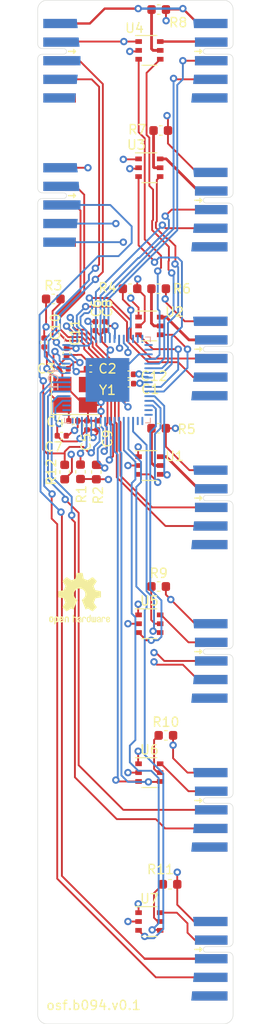
<source format=kicad_pcb>
(kicad_pcb (version 20211014) (generator pcbnew)
  (layers (0 "F.Cu" signal) (1 "In1.Cu" signal) (2 "In2.Cu" signal) (31 "B.Cu" signal) (34 "B.Paste" user) (35 "F.Paste" user) (36 "B.SilkS" user "B.Silkscreen") (37 "F.SilkS" user "F.Silkscreen") (38 "B.Mask" user) (39 "F.Mask" user) (44 "Edge.Cuts" user))
  (net 0 "")
  (net 1 "GND")
  (net 2 "/hub/up_p")
  (net 3 "/hub/up_m")
  (net 4 "/hub/p6_p")
  (net 5 "/hub/p6_m")
  (net 10 "/hub/p3_p")
  (net 11 "/hub/p3_m")
  (net 12 "/hub/p2_p")
  (net 13 "/hub/p2_m")
  (net 14 "/hub/p0_p")
  (net 15 "/hub/p0_m")
  (net 16 "/hub/p1_p")
  (net 17 "/hub/p1_m")
  (net 22 "/hub/p5_p")
  (net 23 "/hub/p5_m")
  (net 44 "/hub/p4_p")
  (net 45 "/hub/p4_m")
  (net 64 "Net-(C1-Pad1)")
  (net 65 "Net-(C2-Pad1)")
  (net 66 "Net-(C3-Pad2)")
  (net 67 "Net-(C4-Pad1)")
  (net 68 "/hub/3.3v")
  (net 69 "Net-(IC1-Pad13)")
  (net 70 "/hub/pwren3")
  (net 71 "/hub/fault3")
  (net 72 "/hub/fault2")
  (net 73 "/hub/pwren2")
  (net 74 "/hub/pwren1")
  (net 75 "/hub/fault1")
  (net 76 "/hub/fault0")
  (net 77 "/hub/pwren0")
  (net 78 "/hub/pwren4")
  (net 79 "/hub/fault4")
  (net 80 "/hub/pwren6")
  (net 81 "/hub/fault6")
  (net 82 "/hub/fault5")
  (net 83 "/hub/pwren5")
  (net 84 "/hub/SDA")
  (net 85 "/hub/SCL")
  (net 86 "Net-(IC1-Pad42)")
  (net 87 "/hub/~reset")
  (net 88 "Net-(IC1-Pad45)")
  (net 89 "Net-(IC1-Pad63)")
  (net 90 "/hub/USB_PWR6")
  (net 91 "/hub/USB_PWR3")
  (net 92 "/hub/USB_PWR2")
  (net 93 "/hub/USB_PWR0")
  (net 94 "/hub/USB_PWR1")
  (net 95 "/hub/USB_PWR5")
  (net 96 "/hub/USB_PWR4")
  (net 97 "Net-(R5-Pad1)")
  (net 98 "Net-(R6-Pad1)")
  (net 99 "Net-(R7-Pad1)")
  (net 100 "Net-(R8-Pad1)")
  (net 101 "Net-(R9-Pad1)")
  (net 102 "Net-(R10-Pad1)")
  (net 103 "Net-(R11-Pad1)")
  (net 104 "/hub/5V")
  (footprint "on_edge:on_edge_2x05_device" (layer "F.Cu") (at 100 66.5 -90)
    (fp_text reference "J1")
    (fp_text value "008_USB_2x2")
    (fp_line (start -0.7 -0.5) (end -0.7 -2.8) (layer "Edge.Cuts") (width 0.05))
    (fp_line (start -1.3 -2.8) (end -1.3 -0.5) (layer "Edge.Cuts") (width 0.05))
    (fp_line (start -4 0) (end -1.8 0) (layer "Edge.Cuts") (width 0.05))
    (fp_line (start -0.2 0) (end 4 0) (layer "Edge.Cuts") (width 0.05))
    (fp_arc (start -1.3 -2.8) (mid -1 -3.1) (end -0.7 -2.8) (layer "Edge.Cuts") (width 0.05))
    (fp_arc (start -0.2 0) (mid -0.553553 -0.146447) (end -0.7 -0.5) (layer "Edge.Cuts") (width 0.05))
    (fp_arc (start -1.3 -0.5) (mid -1.446447 -0.146447) (end -1.8 0) (layer "Edge.Cuts") (width 0.05))
  )
  (footprint "on_edge:on_edge_2x05_host" (layer "F.Cu") (at 121 66.5 -90)
    (fp_text reference "J3")
    (fp_text value "008_USB_2x2")
    (fp_line (start -0.2 0) (end 4 0) (layer "Edge.Cuts") (width 0.05))
    (fp_line (start -4 0) (end -1.8 0) (layer "Edge.Cuts") (width 0.05))
    (fp_line (start -0.7 2.9) (end -0.7 0.5) (layer "Edge.Cuts") (width 0.05))
    (fp_line (start -1.3 0.5) (end -1.3 2.9) (layer "Edge.Cuts") (width 0.05))
    (fp_arc (start -0.7 2.9) (mid -1 3.2) (end -1.3 2.9) (layer "Edge.Cuts") (width 0.05))
    (fp_arc (start -0.7 0.5) (mid -0.553553 0.146447) (end -0.2 0) (layer "Edge.Cuts") (width 0.05))
    (fp_arc (start -1.8 0) (mid -1.446447 0.146447) (end -1.3 0.5) (layer "Edge.Cuts") (width 0.05))
  )
  (footprint "on_edge:on_edge_2x05_host" (layer "F.Cu") (at 121 82.5 -90)
    (fp_text reference "J4")
    (fp_text value "008_USB_2x2")
    (fp_line (start -0.7 2.9) (end -0.7 0.5) (layer "Edge.Cuts") (width 0.05))
    (fp_line (start -4 0) (end -1.8 0) (layer "Edge.Cuts") (width 0.05))
    (fp_line (start -0.2 0) (end 4 0) (layer "Edge.Cuts") (width 0.05))
    (fp_line (start -1.3 0.5) (end -1.3 2.9) (layer "Edge.Cuts") (width 0.05))
    (fp_arc (start -1.8 0) (mid -1.446447 0.146447) (end -1.3 0.5) (layer "Edge.Cuts") (width 0.05))
    (fp_arc (start -0.7 2.9) (mid -1 3.2) (end -1.3 2.9) (layer "Edge.Cuts") (width 0.05))
    (fp_arc (start -0.7 0.5) (mid -0.553553 0.146447) (end -0.2 0) (layer "Edge.Cuts") (width 0.05))
  )
  (footprint "on_edge:on_edge_2x05_host" (layer "F.Cu") (at 121 114.5 -90)
    (fp_text reference "J5")
    (fp_text value "008_USB_2x2")
    (fp_line (start -0.7 2.9) (end -0.7 0.5) (layer "Edge.Cuts") (width 0.05))
    (fp_line (start -1.3 0.5) (end -1.3 2.9) (layer "Edge.Cuts") (width 0.05))
    (fp_line (start -4 0) (end -1.8 0) (layer "Edge.Cuts") (width 0.05))
    (fp_line (start -0.2 0) (end 4 0) (layer "Edge.Cuts") (width 0.05))
    (fp_arc (start -0.7 2.9) (mid -1 3.2) (end -1.3 2.9) (layer "Edge.Cuts") (width 0.05))
    (fp_arc (start -1.8 0) (mid -1.446447 0.146447) (end -1.3 0.5) (layer "Edge.Cuts") (width 0.05))
    (fp_arc (start -0.7 0.5) (mid -0.553553 0.146447) (end -0.2 0) (layer "Edge.Cuts") (width 0.05))
  )
  (footprint "on_edge:on_edge_2x05_host" (layer "F.Cu") (at 121 98.5 -90)
    (fp_text reference "J6")
    (fp_text value "008_USB_2x2")
    (fp_line (start -1.3 0.5) (end -1.3 2.9) (layer "Edge.Cuts") (width 0.05))
    (fp_line (start -0.7 2.9) (end -0.7 0.5) (layer "Edge.Cuts") (width 0.05))
    (fp_line (start -0.2 0) (end 4 0) (layer "Edge.Cuts") (width 0.05))
    (fp_line (start -4 0) (end -1.8 0) (layer "Edge.Cuts") (width 0.05))
    (fp_arc (start -1.8 0) (mid -1.446447 0.146447) (end -1.3 0.5) (layer "Edge.Cuts") (width 0.05))
    (fp_arc (start -0.7 0.5) (mid -0.553553 0.146447) (end -0.2 0) (layer "Edge.Cuts") (width 0.05))
    (fp_arc (start -0.7 2.9) (mid -1 3.2) (end -1.3 2.9) (layer "Edge.Cuts") (width 0.05))
  )
  (footprint "Symbol:OSHW-Logo2_7.3x6mm_SilkScreen" (layer "F.Cu") (at 104.5 124.3)
    (fp_text reference "l1" hide)
    (fp_text value "Logo_Open_Hardware_Large" hide)
  )
  (footprint "Capacitor_SMD:C_0402_1005Metric" (layer "F.Cu") (at 103.1 97.9 -90)
    (fp_text reference "C11")
    (fp_text value "100nF")
  )
  (footprint "Capacitor_SMD:C_0603_1608Metric" (layer "F.Cu") (at 113 91)
    (fp_text reference "R6")
    (fp_text value "143k")
  )
  (footprint "on_edge:on_edge_2x05_host" (layer "F.Cu") (at 121 163 -90)
    (fp_text reference "J2")
    (fp_text value "008_USB_2x2")
    (fp_line (start -0.7 2.9) (end -0.7 0.5) (layer "Edge.Cuts") (width 0.05))
    (fp_line (start -0.2 0) (end 4 0) (layer "Edge.Cuts") (width 0.05))
    (fp_line (start -1.3 0.5) (end -1.3 2.9) (layer "Edge.Cuts") (width 0.05))
    (fp_line (start -4 0) (end -1.8 0) (layer "Edge.Cuts") (width 0.05))
    (fp_arc (start -0.7 0.5) (mid -0.553553 0.146447) (end -0.2 0) (layer "Edge.Cuts") (width 0.05))
    (fp_arc (start -1.8 0) (mid -1.446447 0.146447) (end -1.3 0.5) (layer "Edge.Cuts") (width 0.05))
    (fp_arc (start -0.7 2.9) (mid -1 3.2) (end -1.3 2.9) (layer "Edge.Cuts") (width 0.05))
  )
  (footprint "Capacitor_SMD:C_0402_1005Metric" (layer "F.Cu") (at 106.4 105.68 90)
    (fp_text reference "C9")
    (fp_text value "100nF")
  )
  (footprint "Capacitor_SMD:C_0603_1608Metric" (layer "F.Cu") (at 101.675 92.1)
    (fp_text reference "R3")
    (fp_text value "12k")
  )
  (footprint "Capacitor_SMD:C_0603_1608Metric" (layer "F.Cu") (at 102.9 110.7 90)
    (fp_text reference "R12")
    (fp_text value "100k")
  )
  (footprint "Capacitor_SMD:C_0402_1005Metric" (layer "F.Cu") (at 102.58 106.8)
    (fp_text reference "C7")
    (fp_text value "100nF")
  )
  (footprint "Package_SO:TSOP-6_1.65x3.05mm_P0.95mm" (layer "F.Cu") (at 112 159)
    (fp_text reference "U7")
    (fp_text value "MIC2019YM6")
  )
  (footprint "on_edge:on_edge_2x05_host" (layer "F.Cu") (at 121 131 -90)
    (fp_text reference "J8")
    (fp_text value "008_USB_2x2")
    (fp_line (start -0.7 2.9) (end -0.7 0.5) (layer "Edge.Cuts") (width 0.05))
    (fp_line (start -1.3 0.5) (end -1.3 2.9) (layer "Edge.Cuts") (width 0.05))
    (fp_line (start -0.2 0) (end 4 0) (layer "Edge.Cuts") (width 0.05))
    (fp_line (start -4 0) (end -1.8 0) (layer "Edge.Cuts") (width 0.05))
    (fp_arc (start -0.7 0.5) (mid -0.553553 0.146447) (end -0.2 0) (layer "Edge.Cuts") (width 0.05))
    (fp_arc (start -0.7 2.9) (mid -1 3.2) (end -1.3 2.9) (layer "Edge.Cuts") (width 0.05))
    (fp_arc (start -1.8 0) (mid -1.446447 0.146447) (end -1.3 0.5) (layer "Edge.Cuts") (width 0.05))
  )
  (footprint "Capacitor_SMD:C_0603_1608Metric" (layer "F.Cu") (at 113 106)
    (fp_text reference "R5")
    (fp_text value "143k")
  )
  (footprint "Capacitor_SMD:C_0402_1005Metric" (layer "F.Cu") (at 100.7 96.78 90)
    (fp_text reference "C10")
    (fp_text value "100nF")
  )
  (footprint "Capacitor_SMD:C_0402_1005Metric" (layer "F.Cu") (at 103.82 105.2)
    (fp_text reference "C4")
    (fp_text value "16pF")
  )
  (footprint "Capacitor_SMD:C_0603_1608Metric" (layer "F.Cu") (at 109.925 91)
    (fp_text reference "R4")
    (fp_text value "12k")
  )
  (footprint "Capacitor_SMD:C_0603_1608Metric" (layer "F.Cu") (at 106.3 110.7 -90)
    (fp_text reference "R2")
    (fp_text value "100k")
  )
  (footprint "Capacitor_SMD:C_0603_1608Metric" (layer "F.Cu") (at 104.6 110.675 -90)
    (fp_text reference "R1")
    (fp_text value "100k")
  )
  (footprint "Package_SO:TSOP-6_1.65x3.05mm_P0.95mm" (layer "F.Cu") (at 112.01 65.39)
    (fp_text reference "U4")
    (fp_text value "MIC2019YM6")
  )
  (footprint "Package_SO:TSOP-6_1.65x3.05mm_P0.95mm" (layer "F.Cu") (at 112 143)
    (fp_text reference "U6")
    (fp_text value "MIC2019YM6")
  )
  (footprint "Package_SO:TSOP-6_1.65x3.05mm_P0.95mm" (layer "F.Cu") (at 112 95)
    (fp_text reference "U2")
    (fp_text value "MIC2019YM6")
  )
  (footprint "Capacitor_SMD:C_0402_1005Metric" (layer "F.Cu") (at 102.8 99.6)
    (fp_text reference "C3")
    (fp_text value "100pF")
  )
  (footprint "Package_SO:TSOP-6_1.65x3.05mm_P0.95mm" (layer "F.Cu") (at 112 78)
    (fp_text reference "U3")
    (fp_text value "MIC2019YM6")
  )
  (footprint "on_edge:on_edge_2x05_host" (layer "F.Cu") (at 121 147 -90)
    (fp_text reference "J7")
    (fp_text value "008_USB_2x2")
    (fp_line (start -0.7 2.9) (end -0.7 0.5) (layer "Edge.Cuts") (width 0.05))
    (fp_line (start -4 0) (end -1.8 0) (layer "Edge.Cuts") (width 0.05))
    (fp_line (start -1.3 0.5) (end -1.3 2.9) (layer "Edge.Cuts") (width 0.05))
    (fp_line (start -0.2 0) (end 4 0) (layer "Edge.Cuts") (width 0.05))
    (fp_arc (start -0.7 0.5) (mid -0.553553 0.146447) (end -0.2 0) (layer "Edge.Cuts") (width 0.05))
    (fp_arc (start -1.8 0) (mid -1.446447 0.146447) (end -1.3 0.5) (layer "Edge.Cuts") (width 0.05))
    (fp_arc (start -0.7 2.9) (mid -1 3.2) (end -1.3 2.9) (layer "Edge.Cuts") (width 0.05))
  )
  (footprint "Capacitor_SMD:C_0603_1608Metric" (layer "F.Cu") (at 114.225 155)
    (fp_text reference "R11")
    (fp_text value "143k")
  )
  (footprint "Capacitor_SMD:C_0402_1005Metric" (layer "F.Cu") (at 105.7 99.6)
    (fp_text reference "C2")
    (fp_text value "16pF")
  )
  (footprint "on_edge:on_edge_2x05_device" (layer "F.Cu") (at 100 82 -90)
    (fp_text reference "J9")
    (fp_text value "001_I2C")
    (fp_line (start -0.7 -0.5) (end -0.7 -2.8) (layer "Edge.Cuts") (width 0.05))
    (fp_line (start -4 0) (end -1.8 0) (layer "Edge.Cuts") (width 0.05))
    (fp_line (start -0.2 0) (end 4 0) (layer "Edge.Cuts") (width 0.05))
    (fp_line (start -1.3 -2.8) (end -1.3 -0.5) (layer "Edge.Cuts") (width 0.05))
    (fp_arc (start -1.3 -2.8) (mid -1 -3.1) (end -0.7 -2.8) (layer "Edge.Cuts") (width 0.05))
    (fp_arc (start -1.3 -0.5) (mid -1.446447 -0.146447) (end -1.8 0) (layer "Edge.Cuts") (width 0.05))
    (fp_arc (start -0.2 0) (mid -0.553553 -0.146447) (end -0.7 -0.5) (layer "Edge.Cuts") (width 0.05))
  )
  (footprint "Package_SO:TSOP-6_1.65x3.05mm_P0.95mm" (layer "F.Cu") (at 112 127)
    (fp_text reference "U5")
    (fp_text value "MIC2019YM6")
  )
  (footprint "Capacitor_SMD:C_0603_1608Metric" (layer "F.Cu") (at 113.225 74)
    (fp_text reference "R7")
    (fp_text value "143k")
  )
  (footprint "Capacitor_SMD:C_0402_1005Metric" (layer "F.Cu") (at 105.3 105.68 90)
    (fp_text reference "C5")
    (fp_text value "100nF")
  )
  (footprint "Package_SO:TSOP-6_1.65x3.05mm_P0.95mm" (layer "F.Cu") (at 112 110)
    (fp_text reference "U1")
    (fp_text value "MIC2019YM6")
  )
  (footprint "Capacitor_SMD:C_0402_1005Metric" (layer "F.Cu") (at 107.2 95.02 -90)
    (fp_text reference "C8")
    (fp_text value "100nF")
  )
  (footprint "Capacitor_SMD:C_0402_1005Metric" (layer "F.Cu") (at 106.2 95.02 -90)
    (fp_text reference "C6")
    (fp_text value "100nF")
  )
  (footprint "Capacitor_SMD:C_0603_1608Metric" (layer "F.Cu") (at 113.01 61)
    (fp_text reference "R8")
    (fp_text value "143k")
  )
  (footprint "Capacitor_SMD:C_0402_1005Metric" (layer "F.Cu") (at 109.82 101.2 180)
    (fp_text reference "C1")
    (fp_text value "100pF")
  )
  (footprint "Capacitor_SMD:C_0603_1608Metric" (layer "F.Cu") (at 113.775 139)
    (fp_text reference "R10")
    (fp_text value "143k")
  )
  (footprint "Oscillator:Oscillator_SMD_Abracon_ASE-4Pin_3.2x2.5mm_HandSoldering" (layer "F.Cu") (at 104.025 102.4)
    (fp_text reference "Y1")
    (fp_text value "Crystal_GND24_Small")
  )
  (footprint "Capacitor_SMD:C_0603_1608Metric" (layer "F.Cu") (at 113 123)
    (fp_text reference "R9")
    (fp_text value "143k")
  )
  (footprint "Capacitor_SMD:C_0402_1005Metric" (layer "F.Cu") (at 109.8 100.2 180)
    (fp_text reference "C12")
    (fp_text value "100nF")
  )
  (footprint "Package_DFN_QFN:QFN-64-1EP_9x9mm_P0.5mm_EP4.7x4.7mm" (layer "B.Cu") (at 107.5 100.8 -90)
    (fp_text reference "IC1")
    (fp_text value "USB2517-JZX")
  )
  (gr_line (start 100 169) (end 100 86) (layer "Edge.Cuts") (width 0.05))
  (gr_arc (start 120 60) (mid 120.707107 60.292893) (end 121 61) (layer "Edge.Cuts") (width 0.05))
  (gr_arc (start 101 170) (mid 100.292893 169.707107) (end 100 169) (layer "Edge.Cuts") (width 0.05))
  (gr_line (start 100 62.5) (end 100 61) (layer "Edge.Cuts") (width 0.05))
  (gr_line (start 121 169) (end 121 167) (layer "Edge.Cuts") (width 0.05))
  (gr_line (start 121 127) (end 121 118.5) (layer "Edge.Cuts") (width 0.05))
  (gr_line (start 121 78.5) (end 121 70.5) (layer "Edge.Cuts") (width 0.05))
  (gr_arc (start 100 61) (mid 100.292893 60.292893) (end 101 60) (layer "Edge.Cuts") (width 0.05))
  (gr_line (start 121 143) (end 121 135) (layer "Edge.Cuts") (width 0.05))
  (gr_line (start 121 62.5) (end 121 61) (layer "Edge.Cuts") (width 0.05))
  (gr_arc (start 121 169) (mid 120.707107 169.707107) (end 120 170) (layer "Edge.Cuts") (width 0.05))
  (gr_line (start 100 78) (end 100 70.5) (layer "Edge.Cuts") (width 0.05))
  (gr_line (start 121 94.5) (end 121 86.5) (layer "Edge.Cuts") (width 0.05))
  (gr_line (start 101 60) (end 120 60) (layer "Edge.Cuts") (width 0.05))
  (gr_line (start 120 170) (end 101 170) (layer "Edge.Cuts") (width 0.05))
  (gr_line (start 121 159) (end 121 151) (layer "Edge.Cuts") (width 0.05))
  (gr_line (start 121 110.5) (end 121 102.5) (layer "Edge.Cuts") (width 0.05))
  (gr_text "osf.b094.v0.1" (at 106 168) (layer "F.SilkS") (effects (font (size 1 1))))
  (segment (start 109.9 78.1) (end 110.74 78.1) (width 0.2) (layer "F.Cu") (net 1))
  (segment (start 118.65 127) (end 116.9 127) (width 0.2) (layer "F.Cu") (net 1))
  (segment (start 106.8 95.9) (end 106.8 96.1) (width 0.2) (layer "F.Cu") (net 1))
  (segment (start 106.275 111.45) (end 106.3 111.475) (width 0.2) (layer "F.Cu") (net 1))
  (segment (start 106.8005 103.2005) (end 106.8 103.2) (width 0.2) (layer "F.Cu") (net 1))
  (segment (start 113.775 92.025) (end 113.7 92.1) (width 0.2) (layer "F.Cu") (net 1))
  (segment (start 102.65 99.93) (end 102.32 99.6) (width 0.2) (layer "F.Cu") (net 1))
  (segment (start 113.775 123) (end 113.775 123.875) (width 0.2) (layer "F.Cu") (net 1))
  (segment (start 118.65 143) (end 116.1 143) (width 0.2) (layer "F.Cu") (net 1))
  (segment (start 105.4 103.5) (end 105.55 103.5) (width 0.2) (layer "F.Cu") (net 1))
  (segment (start 104.3 105.89347) (end 104.3 105.2) (width 0.2) (layer "F.Cu") (net 1))
  (segment (start 113.785 62.185) (end 113.8 62.2) (width 0.2) (layer "F.Cu") (net 1))
  (segment (start 103.965377 106.228093) (end 104.3 105.89347) (width 0.2) (layer "F.Cu") (net 1))
  (segment (start 118.65 110.5) (end 116.3 110.5) (width 0.2) (layer "F.Cu") (net 1))
  (segment (start 105.3 105.2) (end 104.3 105.2) (width 0.2) (layer "F.Cu") (net 1))
  (segment (start 116.1 143) (end 114.55 141.45) (width 0.2) (layer "F.Cu") (net 1))
  (segment (start 106.8 96.1) (end 106.9 96.2) (width 0.2) (layer "F.Cu") (net 1))
  (segment (start 114 75.4) (end 114 74) (width 0.2) (layer "F.Cu") (net 1))
  (segment (start 116.3 110.5) (end 113.775 107.975) (width 0.2) (layer "F.Cu") (net 1))
  (segment (start 115 155) (end 115 153.7) (width 0.2) (layer "F.Cu") (net 1))
  (segment (start 114.2 92.9) (end 113.7 92.4) (width 0.2) (layer "F.Cu") (net 1))
  (segment (start 109.32 100.2) (end 109.32 101.18) (width 0.2) (layer "F.Cu") (net 1))
  (segment (start 104.6 111.45) (end 106.275 111.45) (width 0.2) (layer "F.Cu") (net 1))
  (segment (start 109.9 65.5) (end 110.74 65.5) (width 0.2) (layer "F.Cu") (net 1))
  (segment (start 109.7 127) (end 110.84 127) (width 0.2) (layer "F.Cu") (net 1))
  (segment (start 110.7 91) (end 110.7 90.010564) (width 0.2) (layer "F.Cu") (net 1))
  (segment (start 103.1 98.38) (end 103.360509 98.119491) (width 0.2) (layer "F.Cu") (net 1))
  (segment (start 115.8 94.5) (end 114.2 92.9) (width 0.2) (layer "F.Cu") (net 1))
  (segment (start 111 95) (end 111.5 94.5) (width 0.2) (layer "F.Cu") (net 1))
  (segment (start 116.9 127) (end 114.3 124.4) (width 0.2) (layer "F.Cu") (net 1))
  (segment (start 105 103.5) (end 105.4 103.5) (width 0.2) (layer "F.Cu") (net 1))
  (segment (start 115 157.2) (end 115 155) (width 0.2) (layer "F.Cu") (net 1))
  (segment (start 118.65 94.5) (end 115.8 94.5) (width 0.2) (layer "F.Cu") (net 1))
  (segment (start 103.360509 98.119491) (end 104.280509 98.119491) (width 0.2) (layer "F.Cu") (net 1))
  (segment (start 107.2 60.9) (end 105.6 62.5) (width 0.25) (layer "F.Cu") (net 1))
  (segment (start 106.3 111.475) (end 107.575 111.475) (width 0.2) (layer "F.Cu") (net 1))
  (segment (start 106.4 105.2) (end 106.8 104.8) (width 0.2) (layer "F.Cu") (net 1))
  (segment (start 104.682575 98.1) (end 106.18 99.597425) (width 0.2) (layer "F.Cu") (net 1))
  (segment (start 106.5 103.5) (end 106.8 103.2) (width 0.2) (layer "F.Cu") (net 1))
  (segment (start 113.775 107.975) (end 113.775 106) (width 0.2) (layer "F.Cu") (net 1))
  (segment (start 109.7 110) (end 110.84 110) (width 0.2) (layer "F.Cu") (net 1))
  (segment (start 109.7 143) (end 110.84 143) (width 0.2) (layer "F.Cu") (net 1))
  (segment (start 113.775 91) (end 113.775 92.025) (width 0.2) (layer "F.Cu") (net 1))
  (segment (start 114 72.4995) (end 113.9005 72.4) (width 0.2) (layer "F.Cu") (net 1))
  (segment (start 106.8 104.176) (end 106.8005 104.1755) (width 0.2) (layer "F.Cu") (net 1))
  (segment (start 110.84 95) (end 111 95) (width 0.2) (layer "F.Cu") (net 1))
  (segment (start 118.65 159) (end 116.8 159) (width 0.2) (layer "F.Cu") (net 1))
  (segment (start 118.65 62.5) (end 117.2 62.5) (width 0.25) (layer "F.Cu") (net 1))
  (segment (start 102.65 101.3) (end 102.8 101.3) (width 0.2) (layer "F.Cu") (net 1))
  (segment (start 105.4 103.5) (end 106.5 103.5) (width 0.2) (layer "F.Cu") (net 1))
  (segment (start 102.35 78) (end 105.4 78) (width 0.2) (layer "F.Cu") (net 1))
  (segment (start 105.55 103.5) (end 106.8 102.25) (width 0.2) (layer "F.Cu") (net 1))
  (segment (start 116.8 159) (end 115 157.2) (width 0.2) (layer "F.Cu") (net 1))
  (segment (start 106.8 102.25) (end 106.8 102.1) (width 0.2) (layer "F.Cu") (net 1))
  (segment (start 110.74 65.5) (end 110.85 65.39) (width 0.2) (layer "F.Cu") (net 1))
  (segment (start 107.810308 97.589692) (end 106.9 96.679384) (width 0.2) (layer "F.Cu") (net 1))
  (segment (start 102.65 101.3) (end 102.65 99.93) (width 0.2) (layer "F.Cu") (net 1))
  (segment (start 105.4 103.5) (end 105.4 105.1) (width 0.2) (layer "F.Cu") (net 1))
  (segment (start 114.55 139) (end 114.55 140.05) (width 0.2) (layer "F.Cu") (net 1))
  (segment (start 110.7 90.010564) (end 110.755282 89.955282) (width 0.2) (layer "F.Cu") (net 1))
  (segment (start 104.280509 98.119491) (end 104.3 98.1) (width 0.2) (layer "F.Cu") (net 1))
  (segment (start 106.8 104.8) (end 106.8 104.176) (width 0.2) (layer "F.Cu") (net 1))
  (segment (start 117.1 78.5) (end 114 75.4) (width 0.2) (layer "F.Cu") (net 1))
  (segment (start 106.9 96.679384) (end 106.9 96.2) (width 0.2) (layer "F.Cu") (net 1))
  (segment (start 113.775 106) (end 114.8 106) (width 0.2) (layer "F.Cu") (net 1))
  (segment (start 100.7 95.2995) (end 100.8995 95.1) (width 0.2) (layer "F.Cu") (net 1))
  (segment (start 107.2 95.5) (end 106.8 95.9) (width 0.2) (layer "F.Cu") (net 1))
  (segment (start 106.8 100.4) (end 106.8 102.1) (width 0.2) (layer "F.Cu") (net 1))
  (segment (start 109.32 101.18) (end 109.34 101.2) (width 0.2) (layer "F.Cu") (net 1))
  (segment (start 113.785 61) (end 115.5 61) (width 0.2) (layer "F.Cu") (net 1))
  (segment (start 106.8 102.1) (end 106.8 103.2) (width 0.2) (layer "F.Cu") (net 1))
  (segment (start 115.5 61) (end 115.6 60.9) (width 0.2) (layer "F.Cu") (net 1))
  (segment (start 118.65 78.5) (end 117.1 78.5) (width 0.2) (layer "F.Cu") (net 1))
  (segment (start 105.4 105.1) (end 105.3 105.2) (width 0.2) (layer "F.Cu") (net 1))
  (segment (start 102.32 99.16) (end 103.1 98.38) (width 0.2) (layer "F.Cu") (net 1))
  (segment (start 110.84 159) (end 109.7 159) (width 0.2) (layer "F.Cu") (net 1))
  (segment (start 107.575 111.475) (end 107.6 111.5) (width 0.2) (layer "F.Cu") (net 1))
  (segment (start 113.785 61) (end 113.785 62.185) (width 0.2) (layer "F.Cu") (net 1))
  (segment (start 102.8 101.3) (end 105 103.5) (width 0.2) (layer "F.Cu") (net 1))
  (segment (start 114.55 141.45) (end 114.55 140.05) (width 0.2) (layer "F.Cu") (net 1))
  (segment (start 117.2 62.5) (end 115.6 60.9) (width 0.25) (layer "F.Cu") (net 1))
  (segment (start 102.32 99.6) (end 102.32 99.16) (width 0.2) (layer "F.Cu") (net 1))
  (segment (start 105.6 62.5) (end 102.35 62.5) (width 0.25) (layer "F.Cu") (net 1))
  (segment (start 109.34 103.34) (end 109.7 103.7) (width 0.2) (layer "F.Cu") (net 1))
  (segment (start 114 74) (end 114 72.4995) (width 0.2) (layer "F.Cu") (net 1))
  (segment (start 113.775 123.875) (end 114.3 124.4) (width 0.2) (layer "F.Cu") (net 1))
  (segment (start 110.8 60.9) (end 107.2 60.9) (width 0.25) (layer "F.Cu") (net 1))
  (segment (start 113.7 92.4) (end 113.7 92.1) (width 0.2) (layer "F.Cu") (net 1))
  (segment (start 111.5 91.8) (end 110.7 91) (width 0.2) (layer "F.Cu") (net 1))
  (segment (start 111.5 94.5) (end 111.5 91.8) (width 0.2) (layer "F.Cu") (net 1))
  (segment (start 104.3 98.1) (end 104.682575 98.1) (width 0.2) (layer "F.Cu") (net 1))
  (segment (start 103.965377 106.228093) (end 103.831907 106.228093) (width 0.2) (layer "F.Cu") (net 1))
  (segment (start 100.7 96.3) (end 100.7 95.2995) (width 0.2) (layer "F.Cu") (net 1))
  (segment (start 105.3 105.2) (end 106.4 105.2) (width 0.2) (layer "F.Cu") (net 1))
  (segment (start 100.8995 95.1) (end 100.8995 92.1005) (width 0.2) (layer "F.Cu") (net 1))
  (segment (start 110.74 78.1) (end 110.84 78) (width 0.2) (layer "F.Cu") (net 1))
  (segment (start 106.2 95.5) (end 106.8 96.1) (width 0.2) (layer "F.Cu") (net 1))
  (segment (start 106.8005 104.1755) (end 106.8005 103.2005) (width 0.2) (layer "F.Cu") (net 1))
  (segment (start 103.831907 106.228093) (end 103.06 107) (width 0.2) (layer "F.Cu") (net 1))
  (segment (start 100.8995 92.1005) (end 100.9 92.1) (width 0.2) (layer "F.Cu") (net 1))
  (segment (start 106.18 99.597425) (end 106.18 99.6) (width 0.2) (layer "F.Cu") (net 1))
  (segment (start 109.34 101.2) (end 109.34 103.34) (width 0.2) (layer "F.Cu") (net 1))
  (segment (start 106 99.6) (end 106.8 100.4) (width 0.2) (layer "F.Cu") (net 1))
  (via (at 115.6 60.9) (size 0.8) (drill 0.4) (layers "F.Cu" "B.Cu") (net 1))
  (via (at 109.7 110) (size 0.8) (drill 0.4) (layers "F.Cu" "B.Cu") (net 1))
  (via (at 109.9 78.1) (size 0.8) (drill 0.4) (layers "F.Cu" "B.Cu") (net 1))
  (via (at 110.8 60.9) (size 0.8) (drill 0.4) (layers "F.Cu" "B.Cu") (net 1))
  (via (at 113.9005 72.4) (size 0.8) (drill 0.4) (layers "F.Cu" "B.Cu") (net 1))
  (via (at 113.7 92.1) (size 0.8) (drill 0.4) (layers "F.Cu" "B.Cu") (net 1))
  (via (at 109.7 127) (size 0.8) (drill 0.4) (layers "F.Cu" "B.Cu") (net 1))
  (via (at 107.810308 97.589692) (size 0.8) (drill 0.4) (layers "F.Cu" "B.Cu") (net 1))
  (via (at 109.9 65.5) (size 0.8) (drill 0.4) (layers "F.Cu" "B.Cu") (net 1))
  (via (at 100.8995 95.1) (size 0.8) (drill 0.4) (layers "F.Cu" "B.Cu") (net 1))
  (via (at 109.7 159) (size 0.8) (drill 0.4) (layers "F.Cu" "B.Cu") (net 1))
  (via (at 113.8 62.2) (size 0.8) (drill 0.4) (layers "F.Cu" "B.Cu") (net 1))
  (via (at 106.8 103.2) (size 0.8) (drill 0.4) (layers "F.Cu" "B.Cu") (net 1))
  (via (at 114.3 124.4) (size 0.8) (drill 0.4) (layers "F.Cu" "B.Cu") (net 1))
  (via (at 114.8 106) (size 0.8) (drill 0.4) (layers "F.Cu" "B.Cu") (net 1))
  (via (at 107.6 111.5) (size 0.8) (drill 0.4) (layers "F.Cu" "B.Cu") (net 1))
  (via (at 103.965377 106.228093) (size 0.8) (drill 0.4) (layers "F.Cu" "B.Cu") (net 1))
  (via (at 115 153.7) (size 0.8) (drill 0.4) (layers "F.Cu" "B.Cu") (net 1))
  (via (at 106.8005 104.1755) (size 0.8) (drill 0.4) (layers "F.Cu" "B.Cu") (net 1))
  (via (at 110.755282 89.955282) (size 0.8) (drill 0.4) (layers "F.Cu" "B.Cu") (net 1))
  (via (at 109.7 143) (size 0.8) (drill 0.4) (layers "F.Cu" "B.Cu") (net 1))
  (via (at 114.55 140.05) (size 0.8) (drill 0.4) (layers "F.Cu" "B.Cu") (net 1))
  (via (at 109.7 103.7) (size 0.8) (drill 0.4) (layers "F.Cu" "B.Cu") (net 1))
  (via (at 105.4 78) (size 0.8) (drill 0.4) (layers "F.Cu" "B.Cu") (net 1))
  (segment (start 107.5 97.9) (end 107.810308 97.589692) (width 0.2) (layer "B.Cu") (net 1))
  (segment (start 108.1 100.8) (end 110.85 98.05) (width 0.2) (layer "B.Cu") (net 1))
  (segment (start 107.5 100.8) (end 107.5 101.5) (width 0.2) (layer "B.Cu") (net 1))
  (segment (start 107.5 100.8) (end 108.1 100.8) (width 0.2) (layer "B.Cu") (net 1))
  (segment (start 106.8 103.2) (end 106.8 101.5) (width 0.2) (layer "B.Cu") (net 1))
  (segment (start 107.5 101.5) (end 109.7 103.7) (width 0.2) (layer "B.Cu") (net 1))
  (segment (start 115.6 60.9) (end 110.8 60.9) (width 0.25) (layer "B.Cu") (net 1))
  (segment (start 110.85 98.05) (end 111.9125 98.05) (width 0.2) (layer "B.Cu") (net 1))
  (segment (start 107.5 100.8) (end 107.5 97.9) (width 0.2) (layer "B.Cu") (net 1))
  (segment (start 106.8 101.5) (end 107.5 100.8) (width 0.2) (layer "B.Cu") (net 1))
  (segment (start 106.6 68.6) (end 107 69) (width 0.2) (layer "F.Cu") (net 2))
  (segment (start 107 69) (end 107 86.9) (width 0.2) (layer "F.Cu") (net 2))
  (segment (start 104.5 66.5) (end 106.6 68.6) (width 0.2) (layer "F.Cu") (net 2))
  (segment (start 107 89.2) (end 106.2 90) (width 0.2) (layer "F.Cu") (net 2))
  (segment (start 107 86.9) (end 107 89.2) (width 0.2) (layer "F.Cu") (net 2))
  (segment (start 102.35 66.5) (end 104.5 66.5) (width 0.2) (layer "F.Cu") (net 2))
  (via (at 106.2 90) (size 0.8) (drill 0.4) (layers "F.Cu" "B.Cu") (net 2))
  (segment (start 102.9875 99.45) (end 102.489339 99.45) (width 0.2) (layer "B.Cu") (net 2))
  (segment (start 103.0875 99.55) (end 102.9875 99.45) (width 0.2) (layer "B.Cu") (net 2))
  (segment (start 102.4 93.8) (end 106.2 90) (width 0.2) (layer "B.Cu") (net 2))
  (segment (start 101.155378 98.034572) (end 101.155378 96.617943) (width 0.2) (layer "B.Cu") (net 2))
  (segment (start 101.155378 96.617943) (end 102.4 95.373321) (width 0.2) (layer "B.Cu") (net 2))
  (segment (start 101.95 98.91066) (end 101.95 98.829194) (width 0.2) (layer "B.Cu") (net 2))
  (segment (start 102.4 95.373321) (end 102.4 93.8) (width 0.2) (layer "B.Cu") (net 2))
  (segment (start 101.95 98.829194) (end 101.155378 98.034572) (width 0.2) (layer "B.Cu") (net 2))
  (segment (start 102.489339 99.45) (end 101.95 98.91066) (width 0.2) (layer "B.Cu") (net 2))
  (segment (start 106.6 71.7) (end 106.6 88.4) (width 0.2) (layer "F.Cu") (net 3))
  (segment (start 106.2 68.9) (end 106.6 69.3) (width 0.2) (layer "F.Cu") (net 3))
  (segment (start 102.35 68.5) (end 105.8 68.5) (width 0.2) (layer "F.Cu") (net 3))
  (segment (start 105.8 68.5) (end 106.2 68.9) (width 0.2) (layer "F.Cu") (net 3))
  (segment (start 106.6 69.3) (end 106.6 71.7) (width 0.2) (layer "F.Cu") (net 3))
  (segment (start 106.6 88.4) (end 106.2 88.8) (width 0.2) (layer "F.Cu") (net 3))
  (via (at 106.2 88.8) (size 0.8) (drill 0.4) (layers "F.Cu" "B.Cu") (net 3))
  (segment (start 106.2 88.8) (end 105.5 89.5) (width 0.2) (layer "B.Cu") (net 3))
  (segment (start 100.755378 98.281723) (end 100.755378 96.452257) (width 0.2) (layer "B.Cu") (net 3))
  (segment (start 102.523653 100.05) (end 100.755378 98.281723) (width 0.2) (layer "B.Cu") (net 3))
  (segment (start 105.5 90.1) (end 102 93.6) (width 0.2) (layer "B.Cu") (net 3))
  (segment (start 102 95.207635) (end 102 93.6) (width 0.2) (layer "B.Cu") (net 3))
  (segment (start 105.5 89.5) (end 105.5 90.1) (width 0.2) (layer "B.Cu") (net 3))
  (segment (start 100.755378 96.452257) (end 102 95.207635) (width 0.2) (layer "B.Cu") (net 3))
  (segment (start 103.0875 100.05) (end 102.523653 100.05) (width 0.2) (layer "B.Cu") (net 3))
  (segment (start 102.6 115.1) (end 102.6 154.1) (width 0.2) (layer "F.Cu") (net 4))
  (segment (start 102.5 115) (end 102.6 115.1) (width 0.2) (layer "F.Cu") (net 4))
  (segment (start 111.5 163) (end 118.65 163) (width 0.25) (layer "F.Cu") (net 4))
  (segment (start 102.6 154.1) (end 111.5 163) (width 0.2) (layer "F.Cu") (net 4))
  (via (at 102.5 115) (size 0.8) (drill 0.4) (layers "F.Cu" "B.Cu") (net 4))
  (segment (start 102.5 115) (end 100.3 112.8) (width 0.2) (layer "B.Cu") (net 4))
  (segment (start 100.3 112.8) (end 100.3 102.234314) (width 0.2) (layer "B.Cu") (net 4))
  (segment (start 101.484314 101.05) (end 103.0875 101.05) (width 0.2) (layer "B.Cu") (net 4))
  (segment (start 100.3 102.234314) (end 101.484314 101.05) (width 0.2) (layer "B.Cu") (net 4))
  (segment (start 101.544622 113.055378) (end 101.5 113.1) (width 0.2) (layer "F.Cu") (net 5))
  (segment (start 102.1 116.3) (end 102.1 154.4) (width 0.2) (layer "F.Cu") (net 5))
  (segment (start 101.5 115.7) (end 102.1 116.3) (width 0.2) (layer "F.Cu") (net 5))
  (segment (start 101.5 113.1) (end 101.5 115.7) (width 0.2) (layer "F.Cu") (net 5))
  (segment (start 112.7 165) (end 118.65 165) (width 0.2) (layer "F.Cu") (net 5))
  (segment (start 102.1 154.4) (end 112.7 165) (width 0.2) (layer "F.Cu") (net 5))
  (via (at 101.544622 113.055378) (size 0.8) (drill 0.4) (layers "F.Cu" "B.Cu") (net 5))
  (segment (start 100.7 102.4) (end 101.55 101.55) (width 0.2) (layer "B.Cu") (net 5))
  (segment (start 101.544622 113.055378) (end 100.7 112.210756) (width 0.2) (layer "B.Cu") (net 5))
  (segment (start 100.7 112.210756) (end 100.7 102.4) (width 0.2) (layer "B.Cu") (net 5))
  (segment (start 101.55 101.55) (end 103.0875 101.55) (width 0.2) (layer "B.Cu") (net 5))
  (segment (start 115.6 66.5) (end 118.65 66.5) (width 0.2) (layer "F.Cu") (net 10))
  (via (at 115.6 66.5) (size 0.8) (drill 0.4) (layers "F.Cu" "B.Cu") (net 10))
  (segment (start 115.6 68.5) (end 115.6 66.5) (width 0.2) (layer "B.Cu") (net 10))
  (segment (start 107.75 96.3875) (end 107.75 95.834314) (width 0.2) (layer "B.Cu") (net 10))
  (segment (start 107.6 92.121321) (end 115 84.721321) (width 0.2) (layer "B.Cu") (net 10))
  (segment (start 107.6 95.684314) (end 107.6 92.121321) (width 0.2) (layer "B.Cu") (net 10))
  (segment (start 107.75 95.834314) (end 107.6 95.684314) (width 0.2) (layer "B.Cu") (net 10))
  (segment (start 115 84.721321) (end 115 69.1) (width 0.2) (layer "B.Cu") (net 10))
  (segment (start 115 69.1) (end 115.6 68.5) (width 0.2) (layer "B.Cu") (net 10))
  (segment (start 114.6 68.4) (end 114.7 68.5) (width 0.2) (layer "F.Cu") (net 11))
  (segment (start 114.7 68.5) (end 118.65 68.5) (width 0.2) (layer "F.Cu") (net 11))
  (via (at 114.6 68.4) (size 0.8) (drill 0.4) (layers "F.Cu" "B.Cu") (net 11))
  (segment (start 107.15 92.005635) (end 114.6 84.555635) (width 0.2) (layer "B.Cu") (net 11))
  (segment (start 107.25 96.3875) (end 107.25 95.9) (width 0.2) (layer "B.Cu") (net 11))
  (segment (start 107.25 95.9) (end 107.15 95.8) (width 0.2) (layer "B.Cu") (net 11))
  (segment (start 107.15 95.8) (end 107.15 92.005635) (width 0.2) (layer "B.Cu") (net 11))
  (segment (start 114.6 84.555635) (end 114.6 68.4) (width 0.2) (layer "B.Cu") (net 11))
  (segment (start 113.7 83.2) (end 114.4 82.5) (width 0.2) (layer "F.Cu") (net 12))
  (segment (start 114.4 82.5) (end 118.65 82.5) (width 0.2) (layer "F.Cu") (net 12))
  (via (at 113.7 83.2) (size 0.8) (drill 0.4) (layers "F.Cu" "B.Cu") (net 12))
  (segment (start 110.88995 87.7) (end 114.1 84.48995) (width 0.2) (layer "B.Cu") (net 12))
  (segment (start 110.8 87.7) (end 110.88995 87.7) (width 0.2) (layer "B.Cu") (net 12))
  (segment (start 114.1 83.6) (end 113.7 83.2) (width 0.2) (layer "B.Cu") (net 12))
  (segment (start 114.1 84.48995) (end 114.1 83.6) (width 0.2) (layer "B.Cu") (net 12))
  (segment (start 106.75 91.75) (end 110.8 87.7) (width 0.2) (layer "B.Cu") (net 12))
  (segment (start 106.75 96.3875) (end 106.75 91.75) (width 0.2) (layer "B.Cu") (net 12))
  (segment (start 113.4005 84.164156) (end 113.736344 84.5) (width 0.2) (layer "F.Cu") (net 13))
  (segment (start 113.736344 84.5) (end 118.65 84.5) (width 0.2) (layer "F.Cu") (net 13))
  (via (at 113.4005 84.164156) (size 0.8) (drill 0.4) (layers "F.Cu" "B.Cu") (net 13))
  (segment (start 106.25 91.35) (end 106.25 96.3875) (width 0.2) (layer "B.Cu") (net 13))
  (segment (start 113.4005 84.1995) (end 106.25 91.35) (width 0.2) (layer "B.Cu") (net 13))
  (segment (start 113.4005 84.164156) (end 113.4005 84.1995) (width 0.2) (layer "B.Cu") (net 13))
  (segment (start 108.7 99.468628) (end 108.7 105.134315) (width 0.2) (layer "F.Cu") (net 14))
  (segment (start 108.7 105.134315) (end 108.9 105.334315) (width 0.2) (layer "F.Cu") (net 14))
  (segment (start 104.1 95.4) (end 105.1 95.4) (width 0.2) (layer "F.Cu") (net 14))
  (segment (start 106.3 96.600002) (end 106.3 97.068628) (width 0.2) (layer "F.Cu") (net 14))
  (segment (start 105.1 95.4) (end 106.3 96.600002) (width 0.2) (layer "F.Cu") (net 14))
  (segment (start 106.3 97.068628) (end 108.7 99.468628) (width 0.2) (layer "F.Cu") (net 14))
  (segment (start 112.3 114.5) (end 118.65 114.5) (width 0.2) (layer "F.Cu") (net 14))
  (segment (start 103.7995 95.0995) (end 104.1 95.4) (width 0.2) (layer "F.Cu") (net 14))
  (segment (start 103.5 94.1) (end 103.7995 94.3995) (width 0.2) (layer "F.Cu") (net 14))
  (segment (start 108.9 105.334315) (end 108.9 111.1) (width 0.2) (layer "F.Cu") (net 14))
  (segment (start 103.7995 94.3995) (end 103.7995 95.0995) (width 0.2) (layer "F.Cu") (net 14))
  (segment (start 108.9 111.1) (end 112.3 114.5) (width 0.2) (layer "F.Cu") (net 14))
  (via (at 103.5 94.1) (size 0.8) (drill 0.4) (layers "F.Cu" "B.Cu") (net 14))
  (segment (start 103.5 94.1) (end 103.8 94.4) (width 0.2) (layer "B.Cu") (net 14))
  (segment (start 103.8 94.4) (end 103.8 95.2) (width 0.2) (layer "B.Cu") (net 14))
  (segment (start 103.8 95.2) (end 104.25 95.65) (width 0.2) (layer "B.Cu") (net 14))
  (segment (start 104.25 95.65) (end 104.25 96.3875) (width 0.2) (layer "B.Cu") (net 14))
  (segment (start 105.9 96.765687) (end 105.9 97.234314) (width 0.2) (layer "F.Cu") (net 15))
  (segment (start 104.934314 95.8) (end 105.9 96.765687) (width 0.2) (layer "F.Cu") (net 15))
  (segment (start 108.5 111.265685) (end 113.734314 116.5) (width 0.2) (layer "F.Cu") (net 15))
  (segment (start 103.0995 95.015753) (end 103.883747 95.8) (width 0.2) (layer "F.Cu") (net 15))
  (segment (start 105.9 97.234314) (end 108.3 99.634314) (width 0.2) (layer "F.Cu") (net 15))
  (segment (start 103.883747 95.8) (end 104.934314 95.8) (width 0.2) (layer "F.Cu") (net 15))
  (segment (start 113.734314 116.5) (end 118.65 116.5) (width 0.2) (layer "F.Cu") (net 15))
  (segment (start 108.3 105.3) (end 108.5 105.500001) (width 0.2) (layer "F.Cu") (net 15))
  (segment (start 108.3 99.634314) (end 108.3 105.3) (width 0.2) (layer "F.Cu") (net 15))
  (segment (start 108.5 105.500001) (end 108.5 111.265685) (width 0.2) (layer "F.Cu") (net 15))
  (via (at 103.0995 95.015753) (size 0.8) (drill 0.4) (layers "F.Cu" "B.Cu") (net 15))
  (segment (start 103.0995 95.015753) (end 103.0995 95.0995) (width 0.2) (layer "B.Cu") (net 15))
  (segment (start 103.75 95.75) (end 103.75 96.3875) (width 0.2) (layer "B.Cu") (net 15))
  (segment (start 103.0995 95.0995) (end 103.75 95.75) (width 0.2) (layer "B.Cu") (net 15))
  (segment (start 112.2 98.5) (end 118.65 98.5) (width 0.2) (layer "F.Cu") (net 16))
  (segment (start 110 96.3) (end 112.2 98.5) (width 0.2) (layer "F.Cu") (net 16))
  (segment (start 105.5505 92) (end 107.6 92) (width 0.2) (layer "F.Cu") (net 16))
  (segment (start 107.6 92) (end 110 94.4) (width 0.2) (layer "F.Cu") (net 16))
  (segment (start 110 94.4) (end 110 96.3) (width 0.2) (layer "F.Cu") (net 16))
  (via (at 105.5505 92) (size 0.8) (drill 0.4) (layers "F.Cu" "B.Cu") (net 16))
  (segment (start 105.85 93.212795) (end 105.44045 93.622345) (width 0.2) (layer "B.Cu") (net 16))
  (segment (start 105.44045 93.622345) (end 105.016186 93.622345) (width 0.2) (layer "B.Cu") (net 16))
  (segment (start 105.5505 92) (end 105.85 92.2995) (width 0.2) (layer "B.Cu") (net 16))
  (segment (start 104.6 94.038531) (end 104.6 94.868628) (width 0.2) (layer "B.Cu") (net 16))
  (segment (start 105.016186 93.622345) (end 104.6 94.038531) (width 0.2) (layer "B.Cu") (net 16))
  (segment (start 105.85 92.2995) (end 105.85 93.212795) (width 0.2) (layer "B.Cu") (net 16))
  (segment (start 104.6 94.868628) (end 105.25 95.518628) (width 0.2) (layer "B.Cu") (net 16))
  (segment (start 105.25 95.518628) (end 105.25 96.3875) (width 0.2) (layer "B.Cu") (net 16))
  (segment (start 109.6 96.6) (end 111.9 98.9) (width 0.2) (layer "F.Cu") (net 17))
  (segment (start 109.6 94.565686) (end 109.6 96.6) (width 0.2) (layer "F.Cu") (net 17))
  (segment (start 107.956659 92.922345) (end 109.6 94.565686) (width 0.2) (layer "F.Cu") (net 17))
  (segment (start 115.1 98.9) (end 116.7 100.5) (width 0.2) (layer "F.Cu") (net 17))
  (segment (start 111.9 98.9) (end 115.1 98.9) (width 0.2) (layer "F.Cu") (net 17))
  (segment (start 116.7 100.5) (end 118.65 100.5) (width 0.2) (layer "F.Cu") (net 17))
  (segment (start 105.1505 92.922345) (end 107.956659 92.922345) (width 0.2) (layer "F.Cu") (net 17))
  (via (at 105.1505 92.922345) (size 0.8) (drill 0.4) (layers "F.Cu" "B.Cu") (net 17))
  (segment (start 104.2 95.034314) (end 104.75 95.584314) (width 0.2) (layer "B.Cu") (net 17))
  (segment (start 104.75 95.584314) (end 104.75 96.3875) (width 0.2) (layer "B.Cu") (net 17))
  (segment (start 105.1505 92.922345) (end 104.2 93.872845) (width 0.2) (layer "B.Cu") (net 17))
  (segment (start 104.2 93.872845) (end 104.2 95.034314) (width 0.2) (layer "B.Cu") (net 17))
  (segment (start 104.4 142.2) (end 109.2 147) (width 0.2) (layer "F.Cu") (net 22))
  (segment (start 109.2 147) (end 118.65 147) (width 0.2) (layer "F.Cu") (net 22))
  (segment (start 104.4 115.089244) (end 104.4 142.2) (width 0.2) (layer "F.Cu") (net 22))
  (segment (start 102.955378 113.644622) (end 104.4 115.089244) (width 0.2) (layer "F.Cu") (net 22))
  (via (at 102.955378 113.644622) (size 0.8) (drill 0.4) (layers "F.Cu" "B.Cu") (net 22))
  (segment (start 101.846001 112.238847) (end 101.435951 111.828797) (width 0.2) (layer "B.Cu") (net 22))
  (segment (start 101.1 102.565686) (end 101.615686 102.05) (width 0.2) (layer "B.Cu") (net 22))
  (segment (start 101.1 111.5) (end 101.1 102.565686) (width 0.2) (layer "B.Cu") (net 22))
  (segment (start 101.615686 102.05) (end 103.0875 102.05) (width 0.2) (layer "B.Cu") (net 22))
  (segment (start 101.435951 111.828797) (end 101.428797 111.828797) (width 0.2) (layer "B.Cu") (net 22))
  (segment (start 101.846001 112.246001) (end 101.846001 112.238847) (width 0.2) (layer "B.Cu") (net 22))
  (segment (start 102.955378 113.644622) (end 102.955378 113.355378) (width 0.2) (layer "B.Cu") (net 22))
  (segment (start 102.955378 113.355378) (end 101.846001 112.246001) (width 0.2) (layer "B.Cu") (net 22))
  (segment (start 101.428797 111.828797) (end 101.1 111.5) (width 0.2) (layer "B.Cu") (net 22))
  (segment (start 103.655628 115.344872) (end 103.655628 115.755628) (width 0.2) (layer "F.Cu") (net 23))
  (segment (start 108.5 148) (end 112.7 148) (width 0.2) (layer "F.Cu") (net 23))
  (segment (start 113.7 149) (end 118.65 149) (width 0.2) (layer "F.Cu") (net 23))
  (segment (start 103.655628 115.755628) (end 104 116.1) (width 0.2) (layer "F.Cu") (net 23))
  (segment (start 104 116.1) (end 104 143.5) (width 0.2) (layer "F.Cu") (net 23))
  (segment (start 112.7 148) (end 113.7 149) (width 0.2) (layer "F.Cu") (net 23))
  (segment (start 104 143.5) (end 108.5 148) (width 0.2) (layer "F.Cu") (net 23))
  (via (at 103.655628 115.344872) (size 0.8) (drill 0.4) (layers "F.Cu" "B.Cu") (net 23))
  (segment (start 103.655628 115.344872) (end 103.655628 113.355628) (width 0.2) (layer "B.Cu") (net 23))
  (segment (start 101.5 103.2) (end 102.15 102.55) (width 0.2) (layer "B.Cu") (net 23))
  (segment (start 103.655628 113.355628) (end 101.5 111.2) (width 0.2) (layer "B.Cu") (net 23))
  (segment (start 102.15 102.55) (end 103.0875 102.55) (width 0.2) (layer "B.Cu") (net 23))
  (segment (start 101.5 111.2) (end 101.5 103.2) (width 0.2) (layer "B.Cu") (net 23))
  (segment (start 113.6 131) (end 118.65 131) (width 0.2) (layer "F.Cu") (net 44))
  (segment (start 112.5 130.1) (end 112.7 130.1) (width 0.2) (layer "F.Cu") (net 44))
  (segment (start 112.7 130.1) (end 113.6 131) (width 0.2) (layer "F.Cu") (net 44))
  (via (at 112.5 130.1) (size 0.8) (drill 0.4) (layers "F.Cu" "B.Cu") (net 44))
  (via (at 109.7 97.850498) (size 0.8) (drill 0.4) (layers "F.Cu" "B.Cu") (net 44))
  (segment (start 109.7 97.3) (end 109.25 96.85) (width 0.2) (layer "B.Cu") (net 44))
  (segment (start 109.7 97.850498) (end 109.7 97.3) (width 0.2) (layer "B.Cu") (net 44))
  (segment (start 109.25 96.85) (end 109.25 96.3875) (width 0.2) (layer "B.Cu") (net 44))
  (segment (start 115.9 131.7) (end 115.6 131.4) (width 0.2) (layer "F.Cu") (net 45))
  (segment (start 117.2 133) (end 115.9 131.7) (width 0.2) (layer "F.Cu") (net 45))
  (segment (start 115.6 131.4) (end 113.8 131.4) (width 0.2) (layer "F.Cu") (net 45))
  (segment (start 118.65 133) (end 117.2 133) (width 0.2) (layer "F.Cu") (net 45))
  (segment (start 113.8 131.4) (end 112.8 131.4) (width 0.2) (layer "F.Cu") (net 45))
  (segment (start 112.8 131.4) (end 112.5 131.1) (width 0.2) (layer "F.Cu") (net 45))
  (via (at 112.5 131.1) (size 0.8) (drill 0.4) (layers "F.Cu" "B.Cu") (net 45))
  (via (at 108.797185 97.386428) (size 0.8) (drill 0.4) (layers "F.Cu" "B.Cu") (net 45))
  (segment (start 108.797185 97.386428) (end 108.75 97.339243) (width 0.2) (layer "B.Cu") (net 45))
  (segment (start 108.75 97.339243) (end 108.75 96.3875) (width 0.2) (layer "B.Cu") (net 45))
  (segment (start 110.971848 101.159598) (end 110.159598 101.159598) (width 0.2) (layer "F.Cu") (net 64))
  (via (at 110.971848 101.159598) (size 0.8) (drill 0.4) (layers "F.Cu" "B.Cu") (net 64))
  (segment (start 110.971848 101.159598) (end 111.081446 101.05) (width 0.2) (layer "B.Cu") (net 64))
  (segment (start 111.081446 101.05) (end 111.9125 101.05) (width 0.2) (layer "B.Cu") (net 64))
  (segment (start 105.4 99.96) (end 105.4 101.3) (width 0.2) (layer "F.Cu") (net 65))
  (segment (start 104.146347 99.90886) (end 105.34886 99.90886) (width 0.2) (layer "F.Cu") (net 65))
  (segment (start 105.34886 99.90886) (end 105.4 99.96) (width 0.2) (layer "F.Cu") (net 65))
  (via (at 104.146347 99.90886) (size 0.8) (drill 0.4) (layers "F.Cu" "B.Cu") (net 65))
  (segment (start 103.519975 98.55) (end 103.0875 98.55) (width 0.2) (layer "B.Cu") (net 65))
  (segment (start 104.146347 99.90886) (end 103.825 99.587513) (width 0.2) (layer "B.Cu") (net 65))
  (segment (start 103.825 99.587513) (end 103.825 98.855025) (width 0.2) (layer "B.Cu") (net 65))
  (segment (start 103.825 98.855025) (end 103.519975 98.55) (width 0.2) (layer "B.Cu") (net 65))
  (segment (start 103.28 99.53005) (end 103.28 99.6) (width 0.2) (layer "F.Cu") (net 66))
  (segment (start 104.529194 98.936569) (end 104.492625 98.9) (width 0.2) (layer "F.Cu") (net 66))
  (segment (start 104.492625 98.9) (end 103.91005 98.9) (width 0.2) (layer "F.Cu") (net 66))
  (segment (start 103.91005 98.9) (end 103.28 99.53005) (width 0.2) (layer "F.Cu") (net 66))
  (via (at 104.529194 98.936569) (size 0.8) (drill 0.4) (layers "F.Cu" "B.Cu") (net 66))
  (segment (start 104.529194 98.936569) (end 104.47223 98.936569) (width 0.2) (layer "B.Cu") (net 66))
  (segment (start 103.585661 98.05) (end 103.0875 98.05) (width 0.2) (layer "B.Cu") (net 66))
  (segment (start 104.47223 98.936569) (end 103.585661 98.05) (width 0.2) (layer "B.Cu") (net 66))
  (segment (start 101.7 99.871926) (end 101.375 100.196926) (width 0.2) (layer "F.Cu") (net 67))
  (segment (start 103.34 105.2) (end 103.34 104.19) (width 0.2) (layer "F.Cu") (net 67))
  (segment (start 101.7 97.9) (end 101.7 99.871926) (width 0.2) (layer "F.Cu") (net 67))
  (segment (start 103.34 104.19) (end 102.65 103.5) (width 0.2) (layer "F.Cu") (net 67))
  (segment (start 101.375 102.375) (end 102.5 103.5) (width 0.2) (layer "F.Cu") (net 67))
  (segment (start 101.375 100.196926) (end 101.375 102.375) (width 0.2) (layer "F.Cu") (net 67))
  (segment (start 101.855378 97.744622) (end 101.7 97.9) (width 0.2) (layer "F.Cu") (net 67))
  (segment (start 102.5 103.5) (end 102.65 103.5) (width 0.2) (layer "F.Cu") (net 67))
  (via (at 101.855378 97.744622) (size 0.8) (drill 0.4) (layers "F.Cu" "B.Cu") (net 67))
  (segment (start 102.655025 99.05) (end 103.0875 99.05) (width 0.2) (layer "B.Cu") (net 67))
  (segment (start 101.855378 97.744622) (end 102.35 98.239244) (width 0.2) (layer "B.Cu") (net 67))
  (segment (start 102.35 98.239244) (end 102.35 98.744975) (width 0.2) (layer "B.Cu") (net 67))
  (segment (start 102.35 98.744975) (end 102.655025 99.05) (width 0.2) (layer "B.Cu") (net 67))
  (segment (start 102.1 107) (end 102.1 105.7) (width 0.2) (layer "F.Cu") (net 68))
  (segment (start 100.7 97.6) (end 100.992885 97.892885) (width 0.2) (layer "F.Cu") (net 68))
  (segment (start 106.4 106.5505) (end 105.9505 107) (width 0.2) (layer "F.Cu") (net 68))
  (segment (start 106.2 94.54) (end 105.44 94.54) (width 0.2) (layer "F.Cu") (net 68))
  (segment (start 104.118982 97.42) (end 103.1 97.42) (width 0.2) (layer "F.Cu") (net 68))
  (segment (start 105.44 94.54) (end 105.4 94.5) (width 0.2) (layer "F.Cu") (net 68))
  (segment (start 107.66 95) (end 107.2 94.54) (width 0.2) (layer "F.Cu") (net 68))
  (segment (start 103.675 110.7) (end 102.9 111.475) (width 0.2) (layer "F.Cu") (net 68))
  (segment (start 103.675 108.875) (end 103.675 110.7) (width 0.2) (layer "F.Cu") (net 68))
  (segment (start 100.992885 97.892885) (end 100.992885 99.589091) (width 0.2) (layer "F.Cu") (net 68))
  (segment (start 102.1 106.8) (end 102.71 107.41) (width 0.2) (layer "F.Cu") (net 68))
  (segment (start 104.119491 97.419491) (end 104.118982 97.42) (width 0.2) (layer "F.Cu") (net 68))
  (segment (start 105.3 106.16) (end 106.4 106.16) (width 0.2) (layer "F.Cu") (net 68))
  (segment (start 102.1 105.7) (end 102.3 105.5) (width 0.2) (layer "F.Cu") (net 68))
  (segment (start 102.71 107.41) (end 104.2405 107.41) (width 0.2) (layer "F.Cu") (net 68))
  (segment (start 100.7 97.26) (end 100.7 97.6) (width 0.2) (layer "F.Cu") (net 68))
  (segment (start 110.315554 100.164446) (end 110.28 100.2) (width 0.2) (layer "F.Cu") (net 68))
  (segment (start 106.4 106.16) (end 106.4 106.5505) (width 0.2) (layer "F.Cu") (net 68))
  (segment (start 104.2405 107.41) (end 104.5505 107.1) (width 0.2) (layer "F.Cu") (net 68))
  (segment (start 108.3 95) (end 107.66 95) (width 0.2) (layer "F.Cu") (net 68))
  (segment (start 104.5505 107.1) (end 104.5505 106.9095) (width 0.2) (layer "F.Cu") (net 68))
  (segment (start 110.878705 100.164446) (end 110.315554 100.164446) (width 0.2) (layer "F.Cu") (net 68))
  (segment (start 104.5505 106.9095) (end 105.3 106.16) (width 0.2) (layer "F.Cu") (net 68))
  (segment (start 103.6 108.8) (end 103.675 108.875) (width 0.2) (layer "F.Cu") (net 68))
  (via (at 100.992885 99.589091) (size 0.8) (drill 0.4) (layers "F.Cu" "B.Cu") (net 68))
  (via (at 105.9505 107) (size 0.8) (drill 0.4) (layers "F.Cu" "B.Cu") (net 68))
  (via (at 108.3995 84) (size 0.8) (drill 0.4) (layers "F.Cu" "B.Cu") (net 68))
  (via (at 102.3 105.5) (size 0.8) (drill 0.4) (layers "F.Cu" "B.Cu") (net 68))
  (via (at 104.119491 97.419491) (size 0.8) (drill 0.4) (layers "F.Cu" "B.Cu") (net 68))
  (via (at 104.5505 107.1) (size 0.8) (drill 0.4) (layers "F.Cu" "B.Cu") (net 68))
  (via (at 103.6 108.8) (size 0.8) (drill 0.4) (layers "F.Cu" "B.Cu") (net 68))
  (via (at 108.3 95) (size 0.8) (drill 0.4) (layers "F.Cu" "B.Cu") (net 68))
  (via (at 105.4 94.5) (size 0.8) (drill 0.4) (layers "F.Cu" "B.Cu") (net 68))
  (via (at 110.878705 100.164446) (size 0.8) (drill 0.4) (layers "F.Cu" "B.Cu") (net 68))
  (segment (start 103.0875 100.55) (end 101.953794 100.55) (width 0.2) (layer "B.Cu") (net 68))
  (segment (start 101.9 103.805025) (end 101.9 104.4) (width 0.2) (layer "B.Cu") (net 68))
  (segment (start 105.9505 107) (end 105.75 106.7995) (width 0.2) (layer "B.Cu") (net 68))
  (segment (start 101.9 105.1) (end 102.3 105.5) (width 0.2) (layer "B.Cu") (net 68))
  (segment (start 108.3 96.3375) (end 108.25 96.3875) (width 0.2) (layer "B.Cu") (net 68))
  (segment (start 104.75 106.9005) (end 104.75 105.2125) (width 0.2) (layer "B.Cu") (net 68))
  (segment (start 105.75 106.7995) (end 105.75 105.2125) (width 0.2) (layer "B.Cu") (net 68))
  (segment (start 104.119491 97.419491) (end 104.119491 97.319491) (width 0.2) (layer "B.Cu") (net 68))
  (segment (start 102.4 84) (end 108.3995 84) (width 0.2) (layer "B.Cu") (net 68))
  (segment (start 110.904848 100.164446) (end 110.878705 100.164446) (width 0.2) (layer "B.Cu") (net 68))
  (segment (start 111.822098 100.459598) (end 111.2 100.459598) (width 0.2) (layer "B.Cu") (net 68))
  (segment (start 108.3 95) (end 108.3 96.3375) (width 0.2) (layer "B.Cu") (net 68))
  (segment (start 105.75 96.3875) (end 105.75 94.85) (width 0.2) (layer "B.Cu") (net 68))
  (segment (start 104.5505 107.1) (end 104.75 106.9005) (width 0.2) (layer "B.Cu") (net 68))
  (segment (start 103.1625 97.125) (end 105.444975 97.125) (width 0.2) (layer "B.Cu") (net 68))
  (segment (start 105.444975 97.125) (end 105.75 96.819975) (width 0.2) (layer "B.Cu") (net 68))
  (segment (start 101.953794 100.55) (end 100.992885 99.589091) (width 0.2) (layer "B.Cu") (net 68))
  (segment (start 111.2 100.459598) (end 110.904848 100.164446) (width 0.2) (layer "B.Cu") (net 68))
  (segment (start 102.655025 103.05) (end 101.9 103.805025) (width 0.2) (layer "B.Cu") (net 68))
  (segment (start 101.9 104.4) (end 101.9 105.1) (width 0.2) (layer "B.Cu") (net 68))
  (segment (start 111.9125 100.55) (end 111.822098 100.459598) (width 0.2) (layer "B.Cu") (net 68))
  (segment (start 105.75 96.819975) (end 105.75 96.3875) (width 0.2) (layer "B.Cu") (net 68))
  (segment (start 103.0875 103.05) (end 102.655025 103.05) (width 0.2) (layer "B.Cu") (net 68))
  (segment (start 103.0875 97.05) (end 103.1625 97.125) (width 0.2) (layer "B.Cu") (net 68))
  (segment (start 105.75 94.85) (end 105.4 94.5) (width 0.2) (layer "B.Cu") (net 68))
  (segment (start 104.119491 97.319491) (end 103.925 97.125) (width 0.2) (layer "B.Cu") (net 68))
  (segment (start 109.15 92.15) (end 109.7 92.7) (width 0.2) (layer "F.Cu") (net 69))
  (segment (start 110 93) (end 110 93.3) (width 0.2) (layer "F.Cu") (net 69))
  (segment (start 109.7 92.7) (end 110 93) (width 0.2) (layer "F.Cu") (net 69))
  (segment (start 109.15 91) (end 109.15 92.15) (width 0.2) (layer "F.Cu") (net 69))
  (via (at 110 93.3) (size 0.8) (drill 0.4) (layers "F.Cu" "B.Cu") (net 69))
  (segment (start 110 93.3) (end 110 95.094975) (width 0.2) (layer "B.Cu") (net 69))
  (segment (start 109.75 95.344975) (end 109.75 96.3875) (width 0.2) (layer "B.Cu") (net 69))
  (segment (start 110 95.094975) (end 109.75 95.344975) (width 0.2) (layer "B.Cu") (net 69))
  (segment (start 111.5 85.7) (end 111.5 74.833148) (width 0.2) (layer "F.Cu") (net 70))
  (segment (start 112.9 89.1) (end 113.255282 88.744718) (width 0.2) (layer "F.Cu") (net 70))
  (segment (start 110.85 74.183148) (end 110.85 66.34) (width 0.2) (layer "F.Cu") (net 70))
  (segment (start 111.5 74.833148) (end 110.85 74.183148) (width 0.2) (layer "F.Cu") (net 70))
  (segment (start 113.255282 87.455282) (end 111.5 85.7) (width 0.2) (layer "F.Cu") (net 70))
  (segment (start 113.255282 88.744718) (end 113.255282 87.455282) (width 0.2) (layer "F.Cu") (net 70))
  (via (at 112.9 89.1) (size 0.8) (drill 0.4) (layers "F.Cu" "B.Cu") (net 70))
  (segment (start 111.9125 98.55) (end 112.65 98.55) (width 0.2) (layer "B.Cu") (net 70))
  (segment (start 113.1 98.1) (end 113.1 93.4) (width 0.2) (layer "B.Cu") (net 70))
  (segment (start 112.9 93.2) (end 112.9 89.1) (width 0.2) (layer "B.Cu") (net 70))
  (segment (start 113.1 93.4) (end 112.9 93.2) (width 0.2) (layer "B.Cu") (net 70))
  (segment (start 112.65 98.55) (end 113.1 98.1) (width 0.2) (layer "B.Cu") (net 70))
  (segment (start 112.3005 83.708521) (end 112.4 83.609021) (width 0.2) (layer "F.Cu") (net 71))
  (segment (start 112 79.944315) (end 112 74.767462) (width 0.2) (layer "F.Cu") (net 71))
  (segment (start 114.055378 88.054672) (end 114.1 88.01005) (width 0.2) (layer "F.Cu") (net 71))
  (segment (start 114.1 88.01005) (end 114.1 86.5) (width 0.2) (layer "F.Cu") (net 71))
  (segment (start 112 74.767462) (end 111.7 74.467462) (width 0.2) (layer "F.Cu") (net 71))
  (segment (start 111.7 74.467462) (end 111.7 67.81) (width 0.2) (layer "F.Cu") (net 71))
  (segment (start 112.4 80.344315) (end 112 79.944315) (width 0.2) (layer "F.Cu") (net 71))
  (segment (start 112.4 83.609021) (end 112.4 80.344315) (width 0.2) (layer "F.Cu") (net 71))
  (segment (start 114.1 86.5) (end 112.3005 84.7005) (width 0.2) (layer "F.Cu") (net 71))
  (segment (start 112.3005 84.7005) (end 112.3005 83.708521) (width 0.2) (layer "F.Cu") (net 71))
  (segment (start 114.055378 88.955378) (end 114.055378 88.054672) (width 0.2) (layer "F.Cu") (net 71))
  (segment (start 114.4 89.3) (end 114.055378 88.955378) (width 0.2) (layer "F.Cu") (net 71))
  (segment (start 111.7 67.81) (end 113.17 66.34) (width 0.2) (layer "F.Cu") (net 71))
  (via (at 114.4 89.3) (size 0.8) (drill 0.4) (layers "F.Cu" "B.Cu") (net 71))
  (segment (start 114.6 89.5) (end 114.4 89.3) (width 0.2) (layer "B.Cu") (net 71))
  (segment (start 114.5 93.4) (end 114.6 93.4) (width 0.2) (layer "B.Cu") (net 71))
  (segment (start 111.9125 99.05) (end 113.05 99.05) (width 0.2) (layer "B.Cu") (net 71))
  (segment (start 114.6 93.4) (end 114.6 89.5) (width 0.2) (layer "B.Cu") (net 71))
  (segment (start 113.6 98.5) (end 113.6 94.3) (width 0.2) (layer "B.Cu") (net 71))
  (segment (start 113.05 99.05) (end 113.6 98.5) (width 0.2) (layer "B.Cu") (net 71))
  (segment (start 113.6 94.3) (end 114.5 93.4) (width 0.2) (layer "B.Cu") (net 71))
  (segment (start 114.8 86.41005) (end 113.98995 85.6) (width 0.2) (layer "F.Cu") (net 72))
  (segment (start 112.7005 83.874206) (end 112.8 83.774706) (width 0.2) (layer "F.Cu") (net 72))
  (segment (start 114.8 88.3) (end 114.8 86.41005) (width 0.2) (layer "F.Cu") (net 72))
  (segment (start 112.8 79.31) (end 113.16 78.95) (width 0.2) (layer "F.Cu") (net 72))
  (segment (start 113.98995 85.6) (end 113.846394 85.6) (width 0.2) (layer "F.Cu") (net 72))
  (segment (start 114.755378 88.344622) (end 114.8 88.3) (width 0.2) (layer "F.Cu") (net 72))
  (segment (start 112.7005 84.454106) (end 112.7005 83.874206) (width 0.2) (layer "F.Cu") (net 72))
  (segment (start 113.846394 85.6) (end 112.7005 84.454106) (width 0.2) (layer "F.Cu") (net 72))
  (segment (start 112.8 83.774706) (end 112.8 79.31) (width 0.2) (layer "F.Cu") (net 72))
  (via (at 114.755378 88.344622) (size 0.8) (drill 0.4) (layers "F.Cu" "B.Cu") (net 72))
  (segment (start 114 98.2) (end 114 94.7) (width 0.2) (layer "B.Cu") (net 72))
  (segment (start 114 94.7) (end 115.1 93.6) (width 0.2) (layer "B.Cu") (net 72))
  (segment (start 111.9125 99.55) (end 113.35 99.55) (width 0.2) (layer "B.Cu") (net 72))
  (segment (start 113.8 99.1) (end 114 98.9) (width 0.2) (layer "B.Cu") (net 72))
  (segment (start 114 98.9) (end 114 98.2) (width 0.2) (layer "B.Cu") (net 72))
  (segment (start 115.1 88.689244) (end 114.755378 88.344622) (width 0.2) (layer "B.Cu") (net 72))
  (segment (start 115.1 92.2) (end 115.1 88.689244) (width 0.2) (layer "B.Cu") (net 72))
  (segment (start 115.1 93.6) (end 115.1 92.2) (width 0.2) (layer "B.Cu") (net 72))
  (segment (start 113.35 99.55) (end 113.8 99.1) (width 0.2) (layer "B.Cu") (net 72))
  (segment (start 112.555282 88.155282) (end 112.555282 88.055282) (width 0.2) (layer "F.Cu") (net 73))
  (segment (start 112.555282 88.055282) (end 110.84 86.34) (width 0.2) (layer "F.Cu") (net 73))
  (segment (start 110.84 86.34) (end 110.84 78.95) (width 0.2) (layer "F.Cu") (net 73))
  (via (at 112.555282 88.155282) (size 0.8) (drill 0.4) (layers "F.Cu" "B.Cu") (net 73))
  (segment (start 115.5 95.1) (end 114.4 96.2) (width 0.2) (layer "B.Cu") (net 73))
  (segment (start 114.4 96.2) (end 114.4 99.1) (width 0.2) (layer "B.Cu") (net 73))
  (segment (start 114.4 99.1) (end 113.45 100.05) (width 0.2) (layer "B.Cu") (net 73))
  (segment (start 112.555282 88.155282) (end 113.065942 87.644622) (width 0.2) (layer "B.Cu") (net 73))
  (segment (start 115.5 88.099294) (end 115.5 95.1) (width 0.2) (layer "B.Cu") (net 73))
  (segment (start 113.065942 87.644622) (end 115.045328 87.644622) (width 0.2) (layer "B.Cu") (net 73))
  (segment (start 113.45 100.05) (end 111.9125 100.05) (width 0.2) (layer "B.Cu") (net 73))
  (segment (start 115.045328 87.644622) (end 115.5 88.099294) (width 0.2) (layer "B.Cu") (net 73))
  (segment (start 112.384596 97.494596) (end 110.84 95.95) (width 0.2) (layer "F.Cu") (net 74))
  (segment (start 115.100512 97.494596) (end 112.384596 97.494596) (width 0.2) (layer "F.Cu") (net 74))
  (via (at 115.100512 97.494596) (size 0.8) (drill 0.4) (layers "F.Cu" "B.Cu") (net 74))
  (segment (start 115.1 99.7) (end 113.25 101.55) (width 0.2) (layer "B.Cu") (net 74))
  (segment (start 113.25 101.55) (end 111.9125 101.55) (width 0.2) (layer "B.Cu") (net 74))
  (segment (start 115.100512 97.494596) (end 115.1 97.495108) (width 0.2) (layer "B.Cu") (net 74))
  (segment (start 115.1 97.495108) (end 115.1 99.7) (width 0.2) (layer "B.Cu") (net 74))
  (segment (start 114.55 95.95) (end 113.16 95.95) (width 0.2) (layer "F.Cu") (net 75))
  (segment (start 116.1 97.5) (end 114.55 95.95) (width 0.2) (layer "F.Cu") (net 75))
  (via (at 116.1 97.5) (size 0.8) (drill 0.4) (layers "F.Cu" "B.Cu") (net 75))
  (segment (start 116.1 99.5) (end 113.55 102.05) (width 0.2) (layer "B.Cu") (net 75))
  (segment (start 113.55 102.05) (end 111.9125 102.05) (width 0.2) (layer "B.Cu") (net 75))
  (segment (start 116.1 97.5) (end 116.1 99.5) (width 0.2) (layer "B.Cu") (net 75))
  (segment (start 113.9 111) (end 113.21 111) (width 0.2) (layer "F.Cu") (net 76))
  (segment (start 113.21 111) (end 113.16 110.95) (width 0.2) (layer "F.Cu") (net 76))
  (via (at 113.9 111) (size 0.8) (drill 0.4) (layers "F.Cu" "B.Cu") (net 76))
  (segment (start 113.6 110.7) (end 113.9 111) (width 0.2) (layer "B.Cu") (net 76))
  (segment (start 113.6 104.8) (end 113.6 110.7) (width 0.2) (layer "B.Cu") (net 76))
  (segment (start 112.55 102.55) (end 113.6 103.6) (width 0.2) (layer "B.Cu") (net 76))
  (segment (start 113.6 103.6) (end 113.6 104.8) (width 0.2) (layer "B.Cu") (net 76))
  (segment (start 111.9125 102.55) (end 112.55 102.55) (width 0.2) (layer "B.Cu") (net 76))
  (segment (start 112.9 111.804502) (end 112.045498 110.95) (width 0.2) (layer "F.Cu") (net 77))
  (segment (start 112.045498 110.95) (end 110.84 110.95) (width 0.2) (layer "F.Cu") (net 77))
  (via (at 112.9 111.804502) (size 0.8) (drill 0.4) (layers "F.Cu" "B.Cu") (net 77))
  (segment (start 112.6 106.6) (end 112.6 111.504502) (width 0.2) (layer "B.Cu") (net 77))
  (segment (start 111.9125 103.05) (end 112.41066 103.05) (width 0.2) (layer "B.Cu") (net 77))
  (segment (start 113.2 103.83934) (end 113.2 106) (width 0.2) (layer "B.Cu") (net 77))
  (segment (start 113.2 106) (end 112.6 106.6) (width 0.2) (layer "B.Cu") (net 77))
  (segment (start 112.41066 103.05) (end 113.2 103.83934) (width 0.2) (layer "B.Cu") (net 77))
  (segment (start 112.6 111.504502) (end 112.9 111.804502) (width 0.2) (layer "B.Cu") (net 77))
  (segment (start 112.1995 128.779186) (end 111.669186 128.779186) (width 0.2) (layer "F.Cu") (net 78))
  (segment (start 111.669186 128.779186) (end 110.84 127.95) (width 0.2) (layer "F.Cu") (net 78))
  (via (at 112.1995 128.779186) (size 0.8) (drill 0.4) (layers "F.Cu" "B.Cu") (net 78))
  (segment (start 113.3 128.4) (end 112.920814 128.779186) (width 0.2) (layer "B.Cu") (net 78))
  (segment (start 112.2 123.4) (end 113.3 124.5) (width 0.2) (layer "B.Cu") (net 78))
  (segment (start 112.1 108.7) (end 112.1 123.3) (width 0.2) (layer "B.Cu") (net 78))
  (segment (start 112.7 105.8) (end 112.1 106.4) (width 0.2) (layer "B.Cu") (net 78))
  (segment (start 112.7 103.905025) (end 112.7 105.8) (width 0.2) (layer "B.Cu") (net 78))
  (segment (start 112.1 106.4) (end 112.1 108.7) (width 0.2) (layer "B.Cu") (net 78))
  (segment (start 112.344975 103.55) (end 112.7 103.905025) (width 0.2) (layer "B.Cu") (net 78))
  (segment (start 112.1 123.3) (end 112.2 123.4) (width 0.2) (layer "B.Cu") (net 78))
  (segment (start 111.9125 103.55) (end 112.344975 103.55) (width 0.2) (layer "B.Cu") (net 78))
  (segment (start 113.3 124.5) (end 113.3 128.4) (width 0.2) (layer "B.Cu") (net 78))
  (segment (start 112.920814 128.779186) (end 112.1995 128.779186) (width 0.2) (layer "B.Cu") (net 78))
  (segment (start 113.01 127.8) (end 113.16 127.95) (width 0.2) (layer "F.Cu") (net 79))
  (segment (start 112.4 127.8) (end 113.01 127.8) (width 0.2) (layer "F.Cu") (net 79))
  (via (at 112.4 127.8) (size 0.8) (drill 0.4) (layers "F.Cu" "B.Cu") (net 79))
  (segment (start 111.7 109.1) (end 111.7 123.5) (width 0.2) (layer "B.Cu") (net 79))
  (segment (start 112.5 127.7) (end 112.4 127.8) (width 0.2) (layer "B.Cu") (net 79))
  (segment (start 111.2 107.3) (end 111.7 107.8) (width 0.2) (layer "B.Cu") (net 79))
  (segment (start 111.7 107.8) (end 111.7 109.1) (width 0.2) (layer "B.Cu") (net 79))
  (segment (start 110.25 105.2125) (end 110.25 106.35) (width 0.2) (layer "B.Cu") (net 79))
  (segment (start 112.5 124.3) (end 112.5 127.7) (width 0.2) (layer "B.Cu") (net 79))
  (segment (start 111.7 123.5) (end 112.5 124.3) (width 0.2) (layer "B.Cu") (net 79))
  (segment (start 110.25 106.35) (end 111.2 107.3) (width 0.2) (layer "B.Cu") (net 79))
  (segment (start 111.5 160.6) (end 111.49 160.6) (width 0.2) (layer "F.Cu") (net 80))
  (segment (start 111.49 160.6) (end 110.84 159.95) (width 0.2) (layer "F.Cu") (net 80))
  (via (at 111.5 160.6) (size 0.8) (drill 0.4) (layers "F.Cu" "B.Cu") (net 80))
  (segment (start 111.7 124.1) (end 111.7 125.3) (width 0.2) (layer "B.Cu") (net 80))
  (segment (start 113.5 143.1) (end 113.5 156.7) (width 0.2) (layer "B.Cu") (net 80))
  (segment (start 113.5 156.7) (end 113.5 159.8) (width 0.2) (layer "B.Cu") (net 80))
  (segment (start 109.75 105.2125) (end 109.75 108.25) (width 0.2) (layer "B.Cu") (net 80))
  (segment (start 110.6 123) (end 111.7 124.1) (width 0.2) (layer "B.Cu") (net 80))
  (segment (start 111.5 125.5) (end 111.5 141.1) (width 0.2) (layer "B.Cu") (net 80))
  (segment (start 113.5 159.8) (end 112.5 160.8) (width 0.2) (layer "B.Cu") (net 80))
  (segment (start 111.1 111.8) (end 110.6 112.3) (width 0.2) (layer "B.Cu") (net 80))
  (segment (start 112.5 160.8) (end 111.7 160.8) (width 0.2) (layer "B.Cu") (net 80))
  (segment (start 109.75 108.25) (end 111.1 109.6) (width 0.2) (layer "B.Cu") (net 80))
  (segment (start 111.7 160.8) (end 111.5 160.6) (width 0.2) (layer "B.Cu") (net 80))
  (segment (start 110.6 112.3) (end 110.6 123) (width 0.2) (layer "B.Cu") (net 80))
  (segment (start 111.7 125.3) (end 111.5 125.5) (width 0.2) (layer "B.Cu") (net 80))
  (segment (start 111.1 109.6) (end 111.1 111.8) (width 0.2) (layer "B.Cu") (net 80))
  (segment (start 111.5 141.1) (end 113.5 143.1) (width 0.2) (layer "B.Cu") (net 80))
  (segment (start 113.11 159.9) (end 113.16 159.95) (width 0.2) (layer "F.Cu") (net 81))
  (segment (start 112.3 159.9) (end 113.11 159.9) (width 0.2) (layer "F.Cu") (net 81))
  (via (at 112.3 159.9) (size 0.8) (drill 0.4) (layers "F.Cu" "B.Cu") (net 81))
  (segment (start 109.9 140.1) (end 109.9 141) (width 0.2) (layer "B.Cu") (net 81))
  (segment (start 110.8 142.8) (end 112.2 142.8) (width 0.2) (layer "B.Cu") (net 81))
  (segment (start 110.2 139.8) (end 109.9 140.1) (width 0.2) (layer "B.Cu") (net 81))
  (segment (start 110.5 128) (end 110.5 139.5) (width 0.2) (layer "B.Cu") (net 81))
  (segment (start 110.3 142.3) (end 110.8 142.8) (width 0.2) (layer "B.Cu") (net 81))
  (segment (start 110.3 126.1) (end 110.5 126.3) (width 0.2) (layer "B.Cu") (net 81))
  (segment (start 112.2 142.8) (end 113 143.6) (width 0.2) (layer "B.Cu") (net 81))
  (segment (start 109.25 108.35) (end 110.3 109.4) (width 0.2) (layer "B.Cu") (net 81))
  (segment (start 110.1 111.9) (end 110.1 125.9) (width 0.2) (layer "B.Cu") (net 81))
  (segment (start 113 144.5) (end 113 159.2) (width 0.2) (layer "B.Cu") (net 81))
  (segment (start 110.5 111.5) (end 110.1 111.9) (width 0.2) (layer "B.Cu") (net 81))
  (segment (start 110.1 125.9) (end 110.3 126.1) (width 0.2) (layer "B.Cu") (net 81))
  (segment (start 110.3 109.4) (end 110.5 109.6) (width 0.2) (layer "B.Cu") (net 81))
  (segment (start 113 143.6) (end 113 144.5) (width 0.2) (layer "B.Cu") (net 81))
  (segment (start 109.25 105.2125) (end 109.25 108.35) (width 0.2) (layer "B.Cu") (net 81))
  (segment (start 109.9 141) (end 109.9 141.9) (width 0.2) (layer "B.Cu") (net 81))
  (segment (start 110.5 109.6) (end 110.5 111.5) (width 0.2) (layer "B.Cu") (net 81))
  (segment (start 110.5 139.5) (end 110.2 139.8) (width 0.2) (layer "B.Cu") (net 81))
  (segment (start 109.9 141.9) (end 110.3 142.3) (width 0.2) (layer "B.Cu") (net 81))
  (segment (start 110.5 126.3) (end 110.5 128) (width 0.2) (layer "B.Cu") (net 81))
  (segment (start 113 159.2) (end 112.3 159.9) (width 0.2) (layer "B.Cu") (net 81))
  (segment (start 113.11 144) (end 113.16 143.95) (width 0.2) (layer "F.Cu") (net 82))
  (segment (start 111.9 144) (end 113.11 144) (width 0.2) (layer "F.Cu") (net 82))
  (via (at 111.9 144) (size 0.8) (drill 0.4) (layers "F.Cu" "B.Cu") (net 82))
  (segment (start 109.7 144) (end 111.9 144) (width 0.2) (layer "B.Cu") (net 82))
  (segment (start 108.75 108.415685) (end 109 108.665685) (width 0.2) (layer "B.Cu") (net 82))
  (segment (start 109 108.665685) (end 109 143.3) (width 0.2) (layer "B.Cu") (net 82))
  (segment (start 108.75 105.2125) (end 108.75 108.415685) (width 0.2) (layer "B.Cu") (net 82))
  (segment (start 109 143.3) (end 109.7 144) (width 0.2) (layer "B.Cu") (net 82))
  (segment (start 108.4 143.8) (end 108.55 143.95) (width 0.2) (layer "F.Cu") (net 83))
  (segment (start 108.55 143.95) (end 110.84 143.95) (width 0.2) (layer "F.Cu") (net 83))
  (via (at 108.4 143.8) (size 0.8) (drill 0.4) (layers "F.Cu" "B.Cu") (net 83))
  (segment (start 108.6 108.831371) (end 108.6 143.6) (width 0.2) (layer "B.Cu") (net 83))
  (segment (start 108.25 105.2125) (end 108.25 108.481371) (width 0.2) (layer "B.Cu") (net 83))
  (segment (start 108.6 143.6) (end 108.4 143.8) (width 0.2) (layer "B.Cu") (net 83))
  (segment (start 108.25 108.481371) (end 108.6 108.831371) (width 0.2) (layer "B.Cu") (net 83))
  (segment (start 108.1 109.0005) (end 108.1 105.665685) (width 0.2) (layer "F.Cu") (net 84))
  (segment (start 105.5 97.4) (end 105.5 96.931372) (width 0.2) (layer "F.Cu") (net 84))
  (segment (start 107.7005 109.4) (end 108.1 109.0005) (width 0.2) (layer "F.Cu") (net 84))
  (segment (start 107.9 99.8) (end 105.5 97.4) (width 0.2) (layer "F.Cu") (net 84))
  (segment (start 107.9 105.465685) (end 107.9 99.8) (width 0.2) (layer "F.Cu") (net 84))
  (segment (start 108.1 105.665685) (end 107.9 105.465685) (width 0.2) (layer "F.Cu") (net 84))
  (segment (start 104.1 80) (end 102.35 80) (width 0.2) (layer "F.Cu") (net 84))
  (segment (start 102.4 94.1) (end 105 91.5) (width 0.2) (layer "F.Cu") (net 84))
  (segment (start 105 80.9) (end 104.1 80) (width 0.2) (layer "F.Cu") (net 84))
  (segment (start 102.4 95.334314) (end 102.4 94.1) (width 0.2) (layer "F.Cu") (net 84))
  (segment (start 105 91.5) (end 105 80.9) (width 0.2) (layer "F.Cu") (net 84))
  (segment (start 105.5 96.931372) (end 104.768628 96.2) (width 0.2) (layer "F.Cu") (net 84))
  (segment (start 103.265686 96.2) (end 102.4 95.334314) (width 0.2) (layer "F.Cu") (net 84))
  (segment (start 104.768628 96.2) (end 103.265686 96.2) (width 0.2) (layer "F.Cu") (net 84))
  (via (at 107.7005 109.4) (size 0.8) (drill 0.4) (layers "F.Cu" "B.Cu") (net 84))
  (segment (start 107.85 109.2505) (end 107.85 105.3125) (width 0.2) (layer "B.Cu") (net 84))
  (segment (start 107.7005 109.4) (end 107.85 109.2505) (width 0.2) (layer "B.Cu") (net 84))
  (segment (start 107.85 105.3125) (end 107.75 105.2125) (width 0.2) (layer "B.Cu") (net 84))
  (segment (start 105 97.5) (end 106.49 98.99) (width 0.2) (layer "F.Cu") (net 85))
  (segment (start 102 93.9) (end 102 95.5) (width 0.2) (layer "F.Cu") (net 85))
  (segment (start 104 82) (end 104.6 82.6) (width 0.2) (layer "F.Cu") (net 85))
  (segment (start 103.1 96.6) (end 104.602942 96.6) (width 0.2) (layer "F.Cu") (net 85))
  (segment (start 104.602942 96.6) (end 105 96.997058) (width 0.2) (layer "F.Cu") (net 85))
  (segment (start 102.35 82) (end 104 82) (width 0.2) (layer "F.Cu") (net 85))
  (segment (start 107.5 99.987746) (end 107.5 105.431371) (width 0.2) (layer "F.Cu") (net 85))
  (segment (start 102 95.5) (end 103.1 96.6) (width 0.2) (layer "F.Cu") (net 85))
  (segment (start 104.6 82.6) (end 104.6 91.3) (width 0.2) (layer "F.Cu") (net 85))
  (segment (start 107.4 108.219134) (end 107.1505 108.468634) (width 0.2) (layer "F.Cu") (net 85))
  (segment (start 106.49 98.99) (end 106.502254 98.99) (width 0.2) (layer "F.Cu") (net 85))
  (segment (start 106.502254 98.99) (end 107.5 99.987746) (width 0.2) (layer "F.Cu") (net 85))
  (segment (start 107.5 105.431371) (end 107.4 105.531371) (width 0.2) (layer "F.Cu") (net 85))
  (segment (start 104.6 91.3) (end 102 93.9) (width 0.2) (layer "F.Cu") (net 85))
  (segment (start 105 96.997058) (end 105 97.5) (width 0.2) (layer "F.Cu") (net 85))
  (segment (start 107.4 105.531371) (end 107.4 108.219134) (width 0.2) (layer "F.Cu") (net 85))
  (via (at 107.1505 108.468634) (size 0.8) (drill 0.4) (layers "F.Cu" "B.Cu") (net 85))
  (segment (start 107.25 105.7) (end 107.25 105.2125) (width 0.2) (layer "B.Cu") (net 85))
  (segment (start 107.1505 108.468634) (end 107.45 108.169134) (width 0.2) (layer "B.Cu") (net 85))
  (segment (start 107.45 108.169134) (end 107.45 105.9) (width 0.2) (layer "B.Cu") (net 85))
  (segment (start 107.45 105.9) (end 107.25 105.7) (width 0.2) (layer "B.Cu") (net 85))
  (segment (start 106.642545 110.267545) (end 106.3 109.925) (width 0.2) (layer "F.Cu") (net 86))
  (segment (start 107.204141 110.267545) (end 106.642545 110.267545) (width 0.2) (layer "F.Cu") (net 86))
  (via (at 107.204141 110.267545) (size 0.8) (drill 0.4) (layers "F.Cu" "B.Cu") (net 86))
  (segment (start 106.4505 109.513904) (end 106.4505 108.178684) (width 0.2) (layer "B.Cu") (net 86))
  (segment (start 107.05 106.065686) (end 106.75 105.765686) (width 0.2) (layer "B.Cu") (net 86))
  (segment (start 106.86055 107.768634) (end 106.931366 107.768634) (width 0.2) (layer "B.Cu") (net 86))
  (segment (start 106.75 105.765686) (end 106.75 105.2125) (width 0.2) (layer "B.Cu") (net 86))
  (segment (start 106.931366 107.768634) (end 107.05 107.65) (width 0.2) (layer "B.Cu") (net 86))
  (segment (start 107.05 107.65) (end 107.05 106.065686) (width 0.2) (layer "B.Cu") (net 86))
  (segment (start 107.204141 110.267545) (end 106.4505 109.513904) (width 0.2) (layer "B.Cu") (net 86))
  (segment (start 106.4505 108.178684) (end 106.86055 107.768634) (width 0.2) (layer "B.Cu") (net 86))
  (segment (start 102.9 109.925) (end 102.9 108.7) (width 0.2) (layer "F.Cu") (net 87))
  (segment (start 101 108.7) (end 100.6 108.3) (width 0.2) (layer "F.Cu") (net 87))
  (segment (start 100.6 108.3) (end 100.6 100.9) (width 0.2) (layer "F.Cu") (net 87))
  (segment (start 103.41005 108) (end 102.9 108.51005) (width 0.2) (layer "F.Cu") (net 87))
  (segment (start 102.9 108.51005) (end 102.9 109.925) (width 0.2) (layer "F.Cu") (net 87))
  (segment (start 102.9 108.7) (end 101 108.7) (width 0.2) (layer "F.Cu") (net 87))
  (segment (start 104.88995 108) (end 103.41005 108) (width 0.2) (layer "F.Cu") (net 87))
  (segment (start 105.636693 108.746743) (end 104.88995 108) (width 0.2) (layer "F.Cu") (net 87))
  (segment (start 105.751 108.632436) (end 105.636693 108.746743) (width 0.2) (layer "F.Cu") (net 87))
  (via (at 100.6 100.9) (size 0.8) (drill 0.4) (layers "F.Cu" "B.Cu") (net 87))
  (via (at 105.751 108.632436) (size 0.8) (drill 0.4) (layers "F.Cu" "B.Cu") (net 87))
  (segment (start 106.65 106.231372) (end 106.25 105.831372) (width 0.2) (layer "B.Cu") (net 87))
  (segment (start 108.68995 87.5) (end 106.5 87.5) (width 0.2) (layer "B.Cu") (net 87))
  (segment (start 110.1 84.3) (end 110.1 86.08995) (width 0.2) (layer "B.Cu") (net 87))
  (segment (start 102.6 82) (end 107.8 82) (width 0.2) (layer "B.Cu") (net 87))
  (segment (start 105.751 108.632436) (end 106.0505 108.332936) (width 0.2) (layer "B.Cu") (net 87))
  (segment (start 106.25 105.831372) (end 106.25 105.2125) (width 0.2) (layer "B.Cu") (net 87))
  (segment (start 106.65 107.413498) (end 106.65 106.231372) (width 0.2) (layer "B.Cu") (net 87))
  (segment (start 106.5 87.5) (end 100.2 93.8) (width 0.2) (layer "B.Cu") (net 87))
  (segment (start 100.2 93.8) (end 100.2 100.5) (width 0.2) (layer "B.Cu") (net 87))
  (segment (start 110.1 86.08995) (end 108.68995 87.5) (width 0.2) (layer "B.Cu") (net 87))
  (segment (start 107.8 82) (end 110.1 84.3) (width 0.2) (layer "B.Cu") (net 87))
  (segment (start 106.0505 108.012998) (end 106.65 107.413498) (width 0.2) (layer "B.Cu") (net 87))
  (segment (start 100.2 100.5) (end 100.6 100.9) (width 0.2) (layer "B.Cu") (net 87))
  (segment (start 106.0505 108.332936) (end 106.0505 108.012998) (width 0.2) (layer "B.Cu") (net 87))
  (segment (start 104.6 108.7) (end 104.6 109.9) (width 0.2) (layer "F.Cu") (net 88))
  (via (at 104.6 108.7) (size 0.8) (drill 0.4) (layers "F.Cu" "B.Cu") (net 88))
  (segment (start 104.6 108.6) (end 104.6 108.7) (width 0.2) (layer "B.Cu") (net 88))
  (segment (start 105.25 105.2125) (end 105.25 107.95) (width 0.2) (layer "B.Cu") (net 88))
  (segment (start 105.25 107.95) (end 104.6 108.6) (width 0.2) (layer "B.Cu") (net 88))
  (segment (start 101.6 96.349991) (end 101.6 93.4) (width 0.2) (layer "F.Cu") (net 89))
  (segment (start 101.6 93.4) (end 102.45 92.55) (width 0.2) (layer "F.Cu") (net 89))
  (segment (start 102.00664 96.756631) (end 101.6 96.349991) (width 0.2) (layer "F.Cu") (net 89))
  (segment (start 102.45 92.55) (end 102.45 92.1) (width 0.2) (layer "F.Cu") (net 89))
  (via (at 102.00664 96.756631) (size 0.8) (drill 0.4) (layers "F.Cu" "B.Cu") (net 89))
  (segment (start 102.00664 96.756631) (end 102.00664 96.90664) (width 0.2) (layer "B.Cu") (net 89))
  (segment (start 102.65 97.55) (end 103.0875 97.55) (width 0.2) (layer "B.Cu") (net 89))
  (segment (start 102.00664 96.90664) (end 102.65 97.55) (width 0.2) (layer "B.Cu") (net 89))
  (segment (start 114.95 158.05) (end 116.1 159.2) (width 0.2) (layer "F.Cu") (net 90))
  (segment (start 116.1 159.2) (end 116.1 160.2) (width 0.2) (layer "F.Cu") (net 90))
  (segment (start 116.9 161) (end 118.65 161) (width 0.2) (layer "F.Cu") (net 90))
  (segment (start 113.16 158.05) (end 114.95 158.05) (width 0.2) (layer "F.Cu") (net 90))
  (segment (start 116.1 160.2) (end 116.9 161) (width 0.2) (layer "F.Cu") (net 90))
  (segment (start 113.17 64.44) (end 118.59 64.44) (width 0.25) (layer "F.Cu") (net 91))
  (segment (start 118.59 64.44) (end 118.65 64.5) (width 0.25) (layer "F.Cu") (net 91))
  (segment (start 113.81 77.05) (end 117.26 80.5) (width 0.3) (layer "F.Cu") (net 92))
  (segment (start 117.26 80.5) (end 117.4 80.5) (width 0.3) (layer "F.Cu") (net 92))
  (segment (start 113.16 77.05) (end 113.81 77.05) (width 0.3) (layer "F.Cu") (net 92))
  (segment (start 113.16 109.05) (end 113.81 109.05) (width 0.3) (layer "F.Cu") (net 93))
  (segment (start 117.26 112.5) (end 117.4 112.5) (width 0.3) (layer "F.Cu") (net 93))
  (segment (start 113.81 109.05) (end 117.26 112.5) (width 0.3) (layer "F.Cu") (net 93))
  (segment (start 113.16 94.05) (end 113.81 94.05) (width 0.3) (layer "F.Cu") (net 94))
  (segment (start 113.81 94.05) (end 116.26 96.5) (width 0.3) (layer "F.Cu") (net 94))
  (segment (start 116.26 96.5) (end 117.4 96.5) (width 0.3) (layer "F.Cu") (net 94))
  (segment (start 113.255 142.05) (end 116.205 145) (width 0.2) (layer "F.Cu") (net 95))
  (segment (start 113.16 142.05) (end 113.255 142.05) (width 0.2) (layer "F.Cu") (net 95))
  (segment (start 116.205 145) (end 118.65 145) (width 0.2) (layer "F.Cu") (net 95))
  (segment (start 116.205 129) (end 118.65 129) (width 0.2) (layer "F.Cu") (net 96))
  (segment (start 113.255 126.05) (end 116.205 129) (width 0.2) (layer "F.Cu") (net 96))
  (segment (start 113.16 126.05) (end 113.255 126.05) (width 0.2) (layer "F.Cu") (net 96))
  (segment (start 113.16 110) (end 112.51 110) (width 0.3) (layer "F.Cu") (net 97))
  (segment (start 112.51 110) (end 112.225 109.715) (width 0.3) (layer "F.Cu") (net 97))
  (segment (start 112.225 109.715) (end 112.225 106) (width 0.3) (layer "F.Cu") (net 97))
  (segment (start 112.225 94.715) (end 112.51 95) (width 0.3) (layer "F.Cu") (net 98))
  (segment (start 112.51 95) (end 113.16 95) (width 0.3) (layer "F.Cu") (net 98))
  (segment (start 112.225 91) (end 112.225 94.715) (width 0.3) (layer "F.Cu") (net 98))
  (segment (start 112.51 78) (end 113.16 78) (width 0.3) (layer "F.Cu") (net 99))
  (segment (start 112.45 77.94) (end 112.51 78) (width 0.3) (layer "F.Cu") (net 99))
  (segment (start 112.45 74) (end 112.45 77.94) (width 0.3) (layer "F.Cu") (net 99))
  (segment (start 113.17 65.39) (end 112.4 65.39) (width 0.3) (layer "F.Cu") (net 100))
  (segment (start 112.4 65.39) (end 112.235 65.225) (width 0.3) (layer "F.Cu") (net 100))
  (segment (start 112.235 65.225) (end 112.235 61) (width 0.3) (layer "F.Cu") (net 100))
  (segment (start 113.16 127) (end 112.6 127) (width 0.2) (layer "F.Cu") (net 101))
  (segment (start 112.2 123.025) (end 112.225 123) (width 0.2) (layer "F.Cu") (net 101))
  (segment (start 112.2 126.6) (end 112.2 123.025) (width 0.2) (layer "F.Cu") (net 101))
  (segment (start 112.6 127) (end 112.2 126.6) (width 0.2) (layer "F.Cu") (net 101))
  (segment (start 112.905 143) (end 112.51 142.605) (width 0.2) (layer "F.Cu") (net 102))
  (segment (start 112.51 142.605) (end 112.51 139.49) (width 0.2) (layer "F.Cu") (net 102))
  (segment (start 112.51 139.49) (end 113 139) (width 0.2) (layer "F.Cu") (net 102))
  (segment (start 113.16 143) (end 112.905 143) (width 0.2) (layer "F.Cu") (net 102))
  (segment (start 112.9 159) (end 112.5 158.6) (width 0.2) (layer "F.Cu") (net 103))
  (segment (start 112.5 155.95) (end 113.45 155) (width 0.2) (layer "F.Cu") (net 103))
  (segment (start 112.5 158.6) (end 112.5 155.95) (width 0.2) (layer "F.Cu") (net 103))
  (segment (start 113.16 159) (end 112.9 159) (width 0.2) (layer "F.Cu") (net 103))
  (segment (start 110.84 157.14) (end 110.8 157.1) (width 0.2) (layer "F.Cu") (net 104))
  (segment (start 110.8 108) (end 110.8 109.01) (width 0.2) (layer "F.Cu") (net 104))
  (segment (start 102.41 64.44) (end 102.35 64.5) (width 0.2) (layer "F.Cu") (net 104))
  (segment (start 110.8 140.7) (end 110.8 142.01) (width 0.2) (layer "F.Cu") (net 104))
  (segment (start 110.8 124.9) (end 110.8 126.01) (width 0.2) (layer "F.Cu") (net 104))
  (segment (start 109.26 64.44) (end 102.41 64.44) (width 0.2) (layer "F.Cu") (net 104))
  (segment (start 110.84 93.04) (end 110.84 94.05) (width 0.2) (layer "F.Cu") (net 104))
  (segment (start 110.0005 92.2005) (end 110.84 93.04) (width 0.2) (layer "F.Cu") (net 104))
  (segment (start 110.0005 92.009338) (end 110.0005 92.2005) (width 0.2) (layer "F.Cu") (net 104))
  (segment (start 110.79 77.1) (end 110.84 77.05) (width 0.2) (layer "F.Cu") (net 104))
  (segment (start 110.85 64.44) (end 109.26 64.44) (width 0.2) (layer "F.Cu") (net 104))
  (segment (start 110.8 109.01) (end 110.84 109.05) (width 0.2) (layer "F.Cu") (net 104))
  (segment (start 110.84 158.05) (end 110.84 157.14) (width 0.2) (layer "F.Cu") (net 104))
  (segment (start 110.8 126.01) (end 110.84 126.05) (width 0.2) (layer "F.Cu") (net 104))
  (segment (start 110.8 142.01) (end 110.84 142.05) (width 0.2) (layer "F.Cu") (net 104))
  (segment (start 109.2005 77.1) (end 110.79 77.1) (width 0.2) (layer "F.Cu") (net 104))
  (via (at 109.2 86) (size 0.8) (drill 0.4) (layers "F.Cu" "B.Cu") (net 104))
  (via (at 110.8 140.7) (size 0.8) (drill 0.4) (layers "F.Cu" "B.Cu") (net 104))
  (via (at 110.8 108) (size 0.8) (drill 0.4) (layers "F.Cu" "B.Cu") (net 104))
  (via (at 109.26 64.44) (size 0.8) (drill 0.4) (layers "F.Cu" "B.Cu") (net 104))
  (via (at 110.8 124.9) (size 0.8) (drill 0.4) (layers "F.Cu" "B.Cu") (net 104))
  (via (at 109.2005 77.1) (size 0.8) (drill 0.4) (layers "F.Cu" "B.Cu") (net 104))
  (via (at 110.0005 92.009338) (size 0.8) (drill 0.4) (layers "F.Cu" "B.Cu") (net 104))
  (via (at 110.8 157.1) (size 0.8) (drill 0.4) (layers "F.Cu" "B.Cu") (net 104))
  (segment (start 102.3 86) (end 109.2 86) (width 0.2) (layer "B.Cu") (net 104))
)
</source>
